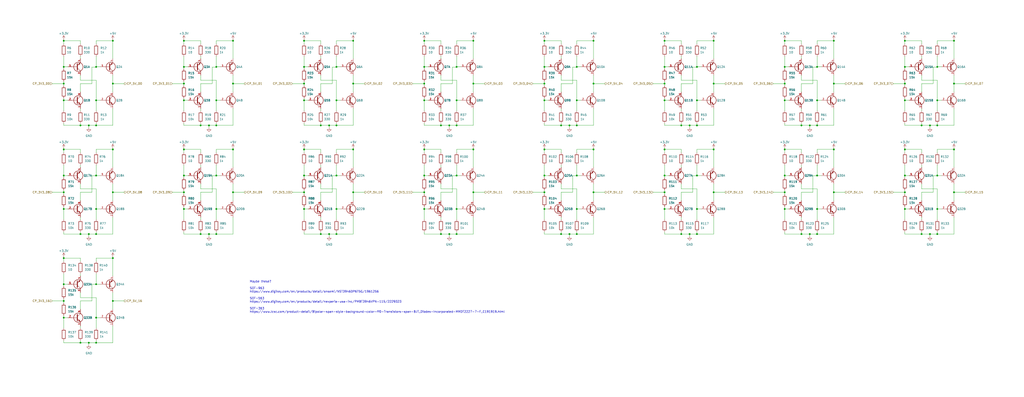
<source format=kicad_sch>
(kicad_sch (version 20230121) (generator eeschema)
  (paper "User" 622.3 241.3)
  (junction (at 141.605 50.8))
  (junction (at 204.47 127))
  (junction (at 111.76 50.8))
  (junction (at 403.86 106.68))
  (junction (at 492.125 142.24))
  (junction (at 38.735 90.805))
  (junction (at 569.595 142.24))
  (junction (at 569.595 127))
  (junction (at 111.76 116.84))
  (junction (at 58.42 142.24))
  (junction (at 277.495 76.2))
  (junction (at 111.76 40.64))
  (junction (at 350.52 76.2))
  (junction (at 403.86 40.64))
  (junction (at 111.76 60.96))
  (junction (at 476.885 106.68))
  (junction (at 200.025 76.2))
  (junction (at 433.705 116.84))
  (junction (at 127 142.24))
  (junction (at 194.945 76.2))
  (junction (at 204.47 60.96))
  (junction (at 496.57 76.2))
  (junction (at 277.495 127))
  (junction (at 419.1 142.24))
  (junction (at 565.15 76.2))
  (junction (at 204.47 106.68))
  (junction (at 204.47 76.2))
  (junction (at 549.91 40.64))
  (junction (at 569.595 60.96))
  (junction (at 350.52 60.96))
  (junction (at 340.995 142.24))
  (junction (at 68.58 90.805))
  (junction (at 506.73 24.765))
  (junction (at 330.835 106.68))
  (junction (at 560.07 76.2))
  (junction (at 287.655 24.765))
  (junction (at 287.655 50.8))
  (junction (at 257.81 116.84))
  (junction (at 38.735 116.84))
  (junction (at 53.975 208.28))
  (junction (at 419.1 76.2))
  (junction (at 184.785 127))
  (junction (at 277.495 106.68))
  (junction (at 48.895 142.24))
  (junction (at 423.545 127))
  (junction (at 131.445 76.2))
  (junction (at 184.785 40.64))
  (junction (at 579.755 24.765))
  (junction (at 476.885 127))
  (junction (at 496.57 60.96))
  (junction (at 141.605 24.765))
  (junction (at 121.92 142.24))
  (junction (at 560.07 142.24))
  (junction (at 360.68 90.805))
  (junction (at 277.495 60.96))
  (junction (at 414.02 76.2))
  (junction (at 131.445 60.96))
  (junction (at 214.63 116.84))
  (junction (at 346.075 76.2))
  (junction (at 277.495 142.24))
  (junction (at 496.57 40.64))
  (junction (at 68.58 50.8))
  (junction (at 257.81 106.68))
  (junction (at 257.81 50.8))
  (junction (at 48.895 208.28))
  (junction (at 267.97 76.2))
  (junction (at 257.81 90.805))
  (junction (at 476.885 60.96))
  (junction (at 569.595 106.68))
  (junction (at 506.73 90.805))
  (junction (at 423.545 106.68))
  (junction (at 476.885 40.64))
  (junction (at 58.42 193.04))
  (junction (at 330.835 40.64))
  (junction (at 53.975 76.2))
  (junction (at 492.125 76.2))
  (junction (at 141.605 90.805))
  (junction (at 569.595 40.64))
  (junction (at 121.92 76.2))
  (junction (at 287.655 90.805))
  (junction (at 200.025 142.24))
  (junction (at 549.91 60.96))
  (junction (at 346.075 142.24))
  (junction (at 58.42 60.96))
  (junction (at 111.76 106.68))
  (junction (at 569.595 76.2))
  (junction (at 38.735 156.845))
  (junction (at 38.735 50.8))
  (junction (at 257.81 60.96))
  (junction (at 403.86 24.765))
  (junction (at 414.02 142.24))
  (junction (at 273.05 76.2))
  (junction (at 214.63 24.765))
  (junction (at 423.545 76.2))
  (junction (at 204.47 142.24))
  (junction (at 579.755 90.805))
  (junction (at 506.73 116.84))
  (junction (at 127 76.2))
  (junction (at 403.86 60.96))
  (junction (at 68.58 156.845))
  (junction (at 403.86 116.84))
  (junction (at 496.57 127))
  (junction (at 330.835 116.84))
  (junction (at 423.545 40.64))
  (junction (at 360.68 24.765))
  (junction (at 257.81 40.64))
  (junction (at 58.42 208.28))
  (junction (at 403.86 90.805))
  (junction (at 360.68 50.8))
  (junction (at 131.445 142.24))
  (junction (at 38.735 40.64))
  (junction (at 131.445 40.64))
  (junction (at 360.68 116.84))
  (junction (at 111.76 24.765))
  (junction (at 476.885 50.8))
  (junction (at 68.58 182.88))
  (junction (at 184.785 24.765))
  (junction (at 433.705 24.765))
  (junction (at 476.885 90.805))
  (junction (at 131.445 127))
  (junction (at 330.835 50.8))
  (junction (at 58.42 106.68))
  (junction (at 350.52 127))
  (junction (at 68.58 24.765))
  (junction (at 38.735 193.04))
  (junction (at 273.05 142.24))
  (junction (at 423.545 60.96))
  (junction (at 487.045 142.24))
  (junction (at 204.47 40.64))
  (junction (at 549.91 127))
  (junction (at 549.91 24.765))
  (junction (at 350.52 106.68))
  (junction (at 549.91 50.8))
  (junction (at 287.655 116.84))
  (junction (at 38.735 127))
  (junction (at 579.755 116.84))
  (junction (at 350.52 40.64))
  (junction (at 58.42 76.2))
  (junction (at 184.785 106.68))
  (junction (at 340.995 76.2))
  (junction (at 111.76 90.805))
  (junction (at 184.785 116.84))
  (junction (at 579.755 50.8))
  (junction (at 433.705 50.8))
  (junction (at 330.835 127))
  (junction (at 403.86 50.8))
  (junction (at 257.81 127))
  (junction (at 184.785 50.8))
  (junction (at 68.58 116.84))
  (junction (at 330.835 60.96))
  (junction (at 496.57 142.24))
  (junction (at 277.495 40.64))
  (junction (at 350.52 142.24))
  (junction (at 423.545 142.24))
  (junction (at 257.81 24.765))
  (junction (at 433.705 90.805))
  (junction (at 38.735 182.88))
  (junction (at 58.42 40.64))
  (junction (at 194.945 142.24))
  (junction (at 48.895 76.2))
  (junction (at 38.735 172.72))
  (junction (at 58.42 127))
  (junction (at 111.76 127))
  (junction (at 38.735 60.96))
  (junction (at 565.15 142.24))
  (junction (at 214.63 90.805))
  (junction (at 58.42 172.72))
  (junction (at 549.91 116.84))
  (junction (at 184.785 90.805))
  (junction (at 330.835 24.765))
  (junction (at 53.975 142.24))
  (junction (at 476.885 116.84))
  (junction (at 184.785 60.96))
  (junction (at 506.73 50.8))
  (junction (at 38.735 106.68))
  (junction (at 330.835 90.805))
  (junction (at 549.91 90.805))
  (junction (at 141.605 116.84))
  (junction (at 214.63 50.8))
  (junction (at 496.57 106.68))
  (junction (at 487.045 76.2))
  (junction (at 549.91 106.68))
  (junction (at 131.445 106.68))
  (junction (at 38.735 24.765))
  (junction (at 476.885 24.765))
  (junction (at 267.97 142.24))
  (junction (at 403.86 127))
  (wire (pts (xy 340.995 76.2) (xy 340.995 74.93)))
  (wire (pts (xy 58.42 106.807) (xy 58.42 106.68)))
  (wire (pts (xy 350.52 142.24) (xy 360.68 142.24)))
  (wire (pts (xy 48.895 116.84) (xy 48.895 121.92)))
  (wire (pts (xy 542.925 50.8) (xy 549.91 50.8)))
  (wire (pts (xy 184.785 90.17) (xy 184.785 90.805)))
  (wire (pts (xy 549.91 90.805) (xy 549.91 92.71)))
  (wire (pts (xy 257.81 140.97) (xy 257.81 142.24)))
  (wire (pts (xy 350.52 76.2) (xy 346.075 76.2)))
  (wire (pts (xy 38.735 106.68) (xy 38.735 107.95)))
  (wire (pts (xy 403.86 76.2) (xy 414.02 76.2)))
  (wire (pts (xy 421.005 116.84) (xy 421.005 106.807)))
  (wire (pts (xy 38.735 115.57) (xy 38.735 116.84)))
  (wire (pts (xy 184.785 24.13) (xy 184.785 24.765)))
  (wire (pts (xy 111.76 60.96) (xy 114.3 60.96)))
  (wire (pts (xy 38.735 181.61) (xy 38.735 182.88)))
  (wire (pts (xy 184.785 106.68) (xy 184.785 107.95)))
  (wire (pts (xy 184.785 49.53) (xy 184.785 50.8)))
  (wire (pts (xy 257.81 115.57) (xy 257.81 116.84)))
  (wire (pts (xy 48.895 116.84) (xy 55.88 116.84)))
  (wire (pts (xy 131.445 106.68) (xy 133.985 106.68)))
  (wire (pts (xy 560.07 26.67) (xy 560.07 24.765)))
  (wire (pts (xy 423.545 106.807) (xy 423.545 106.68)))
  (wire (pts (xy 194.945 116.84) (xy 194.945 121.92)))
  (wire (pts (xy 128.905 50.8) (xy 128.905 40.767)))
  (wire (pts (xy 200.025 142.24) (xy 200.025 143.51)))
  (wire (pts (xy 560.07 34.29) (xy 560.07 35.56)))
  (wire (pts (xy 330.835 50.8) (xy 330.835 52.07)))
  (wire (pts (xy 403.86 115.57) (xy 403.86 116.84)))
  (wire (pts (xy 476.885 115.57) (xy 476.885 116.84)))
  (wire (pts (xy 419.1 76.2) (xy 414.02 76.2)))
  (wire (pts (xy 111.76 106.68) (xy 111.76 107.95)))
  (wire (pts (xy 423.545 74.93) (xy 423.545 76.2)))
  (wire (pts (xy 360.68 50.8) (xy 360.68 55.88)))
  (wire (pts (xy 257.81 40.64) (xy 257.81 41.91)))
  (wire (pts (xy 274.955 40.767) (xy 277.495 40.767)))
  (wire (pts (xy 340.995 34.29) (xy 340.995 35.56)))
  (wire (pts (xy 569.595 76.2) (xy 579.755 76.2)))
  (wire (pts (xy 579.755 111.76) (xy 579.755 116.84)))
  (wire (pts (xy 38.735 156.845) (xy 48.895 156.845)))
  (wire (pts (xy 184.785 40.64) (xy 184.785 41.91)))
  (wire (pts (xy 200.025 142.24) (xy 194.945 142.24)))
  (wire (pts (xy 58.42 24.765) (xy 68.58 24.765)))
  (wire (pts (xy 287.655 50.8) (xy 287.655 55.88)))
  (wire (pts (xy 567.055 116.84) (xy 567.055 106.807)))
  (wire (pts (xy 560.07 92.71) (xy 560.07 90.805)))
  (wire (pts (xy 53.975 142.24) (xy 53.975 143.51)))
  (wire (pts (xy 111.76 106.68) (xy 114.3 106.68)))
  (wire (pts (xy 476.885 50.8) (xy 476.885 52.07)))
  (wire (pts (xy 346.075 76.2) (xy 346.075 77.47)))
  (wire (pts (xy 58.42 76.2) (xy 53.975 76.2)))
  (wire (pts (xy 579.755 116.84) (xy 586.74 116.84)))
  (wire (pts (xy 414.02 66.04) (xy 414.02 67.31)))
  (wire (pts (xy 565.15 76.2) (xy 560.07 76.2)))
  (wire (pts (xy 184.785 127) (xy 184.785 133.35)))
  (wire (pts (xy 257.81 50.8) (xy 257.81 52.07)))
  (wire (pts (xy 277.495 106.68) (xy 280.035 106.68)))
  (wire (pts (xy 579.755 24.13) (xy 579.755 24.765)))
  (wire (pts (xy 419.1 76.2) (xy 419.1 77.47)))
  (wire (pts (xy 330.835 106.68) (xy 333.375 106.68)))
  (wire (pts (xy 58.42 127) (xy 58.42 133.35)))
  (wire (pts (xy 48.895 182.88) (xy 55.88 182.88)))
  (wire (pts (xy 48.895 50.8) (xy 55.88 50.8)))
  (wire (pts (xy 111.76 49.53) (xy 111.76 50.8)))
  (wire (pts (xy 403.86 90.805) (xy 414.02 90.805)))
  (wire (pts (xy 560.07 76.2) (xy 560.07 74.93)))
  (wire (pts (xy 549.91 60.96) (xy 549.91 67.31)))
  (wire (pts (xy 360.68 66.04) (xy 360.68 76.2)))
  (wire (pts (xy 423.545 90.805) (xy 433.705 90.805)))
  (wire (pts (xy 194.945 111.76) (xy 194.945 114.808)))
  (wire (pts (xy 487.045 116.84) (xy 494.03 116.84)))
  (wire (pts (xy 55.88 50.8) (xy 55.88 40.767)))
  (wire (pts (xy 68.58 66.04) (xy 68.58 76.2)))
  (wire (pts (xy 214.63 111.76) (xy 214.63 116.84)))
  (wire (pts (xy 330.835 74.93) (xy 330.835 76.2)))
  (wire (pts (xy 414.02 76.2) (xy 414.02 74.93)))
  (wire (pts (xy 277.495 90.805) (xy 287.655 90.805)))
  (wire (pts (xy 267.97 48.768) (xy 277.495 48.768)))
  (wire (pts (xy 549.91 24.765) (xy 560.07 24.765)))
  (wire (pts (xy 560.07 50.8) (xy 567.055 50.8)))
  (wire (pts (xy 38.735 90.17) (xy 38.735 90.805)))
  (wire (pts (xy 48.895 177.8) (xy 48.895 180.848)))
  (wire (pts (xy 131.445 127) (xy 131.445 133.35)))
  (wire (pts (xy 38.735 60.96) (xy 38.735 67.31)))
  (wire (pts (xy 330.835 60.96) (xy 333.375 60.96)))
  (wire (pts (xy 58.42 166.37) (xy 58.42 172.72)))
  (wire (pts (xy 350.52 92.71) (xy 350.52 90.805)))
  (wire (pts (xy 476.885 24.765) (xy 476.885 26.67)))
  (wire (pts (xy 579.755 116.84) (xy 579.755 121.92)))
  (wire (pts (xy 549.91 34.29) (xy 549.91 40.64)))
  (wire (pts (xy 131.445 114.808) (xy 131.445 127)))
  (wire (pts (xy 346.075 142.24) (xy 340.995 142.24)))
  (wire (pts (xy 38.735 156.845) (xy 38.735 158.75)))
  (wire (pts (xy 360.68 90.17) (xy 360.68 90.805)))
  (wire (pts (xy 549.91 100.33) (xy 549.91 106.68)))
  (wire (pts (xy 184.785 59.69) (xy 184.785 60.96)))
  (wire (pts (xy 104.775 116.84) (xy 111.76 116.84)))
  (wire (pts (xy 184.785 100.33) (xy 184.785 106.68)))
  (wire (pts (xy 58.42 76.2) (xy 68.58 76.2)))
  (wire (pts (xy 277.495 106.807) (xy 277.495 106.68)))
  (wire (pts (xy 506.73 66.04) (xy 506.73 76.2)))
  (wire (pts (xy 204.47 24.765) (xy 214.63 24.765)))
  (wire (pts (xy 257.81 127) (xy 260.35 127)))
  (wire (pts (xy 340.995 66.04) (xy 340.995 67.31)))
  (wire (pts (xy 194.945 142.24) (xy 194.945 140.97)))
  (wire (pts (xy 403.86 106.68) (xy 403.86 107.95)))
  (wire (pts (xy 184.785 60.96) (xy 184.785 67.31)))
  (wire (pts (xy 549.91 74.93) (xy 549.91 76.2)))
  (wire (pts (xy 549.91 24.13) (xy 549.91 24.765)))
  (wire (pts (xy 257.81 49.53) (xy 257.81 50.8)))
  (wire (pts (xy 267.97 76.2) (xy 267.97 74.93)))
  (wire (pts (xy 496.57 74.93) (xy 496.57 76.2)))
  (wire (pts (xy 569.595 127) (xy 569.595 133.35)))
  (wire (pts (xy 287.655 24.765) (xy 287.655 35.56)))
  (wire (pts (xy 330.835 49.53) (xy 330.835 50.8)))
  (wire (pts (xy 565.15 76.2) (xy 565.15 77.47)))
  (wire (pts (xy 184.785 142.24) (xy 194.945 142.24)))
  (wire (pts (xy 38.735 74.93) (xy 38.735 76.2)))
  (wire (pts (xy 127 76.2) (xy 127 77.47)))
  (wire (pts (xy 323.85 116.84) (xy 330.835 116.84)))
  (wire (pts (xy 121.92 34.29) (xy 121.92 35.56)))
  (wire (pts (xy 58.42 142.24) (xy 53.975 142.24)))
  (wire (pts (xy 549.91 125.73) (xy 549.91 127)))
  (wire (pts (xy 141.605 90.805) (xy 141.605 101.6)))
  (wire (pts (xy 492.125 142.24) (xy 492.125 143.51)))
  (wire (pts (xy 350.52 48.768) (xy 350.52 60.96)))
  (wire (pts (xy 350.52 106.68) (xy 353.06 106.68)))
  (wire (pts (xy 111.76 125.73) (xy 111.76 127)))
  (wire (pts (xy 506.73 90.805) (xy 506.73 101.6)))
  (wire (pts (xy 111.76 34.29) (xy 111.76 40.64)))
  (wire (pts (xy 476.885 142.24) (xy 487.045 142.24)))
  (wire (pts (xy 131.445 140.97) (xy 131.445 142.24)))
  (wire (pts (xy 287.655 90.805) (xy 287.655 101.6)))
  (wire (pts (xy 496.57 106.807) (xy 496.57 106.68)))
  (wire (pts (xy 487.045 100.33) (xy 487.045 101.6)))
  (wire (pts (xy 131.445 90.805) (xy 141.605 90.805)))
  (wire (pts (xy 569.595 92.71) (xy 569.595 90.805)))
  (wire (pts (xy 346.075 76.2) (xy 340.995 76.2)))
  (wire (pts (xy 257.81 34.29) (xy 257.81 40.64)))
  (wire (pts (xy 204.47 40.64) (xy 207.01 40.64)))
  (wire (pts (xy 257.81 100.33) (xy 257.81 106.68)))
  (wire (pts (xy 48.895 182.88) (xy 48.895 187.96)))
  (wire (pts (xy 204.47 92.71) (xy 204.47 90.805)))
  (wire (pts (xy 121.92 92.71) (xy 121.92 90.805)))
  (wire (pts (xy 496.57 34.29) (xy 496.57 40.64)))
  (wire (pts (xy 214.63 90.17) (xy 214.63 90.805)))
  (wire (pts (xy 131.445 48.768) (xy 131.445 60.96)))
  (wire (pts (xy 204.47 26.67) (xy 204.47 24.765)))
  (wire (pts (xy 38.735 116.84) (xy 38.735 118.11)))
  (wire (pts (xy 184.785 74.93) (xy 184.785 76.2)))
  (wire (pts (xy 569.595 127) (xy 572.135 127)))
  (wire (pts (xy 131.445 92.71) (xy 131.445 90.805)))
  (wire (pts (xy 433.705 24.765) (xy 433.705 35.56)))
  (wire (pts (xy 433.705 90.17) (xy 433.705 90.805)))
  (wire (pts (xy 476.885 90.805) (xy 487.045 90.805)))
  (wire (pts (xy 127 142.24) (xy 127 143.51)))
  (wire (pts (xy 567.055 40.767) (xy 569.595 40.767)))
  (wire (pts (xy 257.81 125.73) (xy 257.81 127)))
  (wire (pts (xy 549.91 140.97) (xy 549.91 142.24)))
  (wire (pts (xy 487.045 142.24) (xy 487.045 140.97)))
  (wire (pts (xy 421.005 106.807) (xy 423.545 106.807)))
  (wire (pts (xy 55.88 182.88) (xy 55.88 172.847)))
  (wire (pts (xy 560.07 50.8) (xy 560.07 55.88)))
  (wire (pts (xy 58.42 127) (xy 60.96 127)))
  (wire (pts (xy 340.995 92.71) (xy 340.995 90.805)))
  (wire (pts (xy 58.42 114.808) (xy 58.42 127)))
  (wire (pts (xy 204.47 40.767) (xy 204.47 40.64)))
  (wire (pts (xy 273.05 76.2) (xy 273.05 77.47)))
  (wire (pts (xy 549.91 49.53) (xy 549.91 50.8)))
  (wire (pts (xy 131.445 74.93) (xy 131.445 76.2)))
  (wire (pts (xy 111.76 90.805) (xy 121.92 90.805)))
  (wire (pts (xy 184.785 34.29) (xy 184.785 40.64)))
  (wire (pts (xy 569.595 40.64) (xy 572.135 40.64)))
  (wire (pts (xy 323.85 50.8) (xy 330.835 50.8)))
  (wire (pts (xy 542.925 116.84) (xy 549.91 116.84)))
  (wire (pts (xy 68.58 182.88) (xy 75.565 182.88)))
  (wire (pts (xy 560.07 116.84) (xy 567.055 116.84)))
  (wire (pts (xy 257.81 24.765) (xy 267.97 24.765)))
  (wire (pts (xy 194.945 50.8) (xy 201.93 50.8)))
  (wire (pts (xy 403.86 142.24) (xy 414.02 142.24)))
  (wire (pts (xy 340.995 142.24) (xy 340.995 140.97)))
  (wire (pts (xy 58.42 172.847) (xy 58.42 172.72)))
  (wire (pts (xy 111.76 127) (xy 111.76 133.35)))
  (wire (pts (xy 48.895 114.808) (xy 58.42 114.808)))
  (wire (pts (xy 560.07 142.24) (xy 560.07 140.97)))
  (wire (pts (xy 569.595 60.96) (xy 569.595 67.31)))
  (wire (pts (xy 506.73 50.8) (xy 506.73 55.88)))
  (wire (pts (xy 579.755 66.04) (xy 579.755 76.2)))
  (wire (pts (xy 194.945 116.84) (xy 201.93 116.84)))
  (wire (pts (xy 257.81 90.17) (xy 257.81 90.805)))
  (wire (pts (xy 414.02 100.33) (xy 414.02 101.6)))
  (wire (pts (xy 423.545 40.64) (xy 426.085 40.64)))
  (wire (pts (xy 257.81 142.24) (xy 267.97 142.24)))
  (wire (pts (xy 184.785 116.84) (xy 184.785 118.11)))
  (wire (pts (xy 267.97 34.29) (xy 267.97 35.56)))
  (wire (pts (xy 184.785 50.8) (xy 184.785 52.07)))
  (wire (pts (xy 121.92 45.72) (xy 121.92 48.768)))
  (wire (pts (xy 204.47 60.96) (xy 204.47 67.31)))
  (wire (pts (xy 350.52 106.807) (xy 350.52 106.68)))
  (wire (pts (xy 487.045 50.8) (xy 494.03 50.8)))
  (wire (pts (xy 433.705 111.76) (xy 433.705 116.84)))
  (wire (pts (xy 579.755 90.17) (xy 579.755 90.805)))
  (wire (pts (xy 141.605 116.84) (xy 148.59 116.84)))
  (wire (pts (xy 549.91 106.68) (xy 549.91 107.95)))
  (wire (pts (xy 250.825 50.8) (xy 257.81 50.8)))
  (wire (pts (xy 403.86 60.96) (xy 406.4 60.96)))
  (wire (pts (xy 38.735 34.29) (xy 38.735 40.64)))
  (wire (pts (xy 347.98 40.767) (xy 350.52 40.767)))
  (wire (pts (xy 277.495 142.24) (xy 273.05 142.24)))
  (wire (pts (xy 111.76 50.8) (xy 111.76 52.07)))
  (wire (pts (xy 560.07 111.76) (xy 560.07 114.808)))
  (wire (pts (xy 214.63 66.04) (xy 214.63 76.2)))
  (wire (pts (xy 38.735 100.33) (xy 38.735 106.68)))
  (wire (pts (xy 403.86 40.64) (xy 406.4 40.64)))
  (wire (pts (xy 38.735 166.37) (xy 38.735 172.72)))
  (wire (pts (xy 184.785 125.73) (xy 184.785 127)))
  (wire (pts (xy 340.995 116.84) (xy 340.995 121.92)))
  (wire (pts (xy 492.125 76.2) (xy 487.045 76.2)))
  (wire (pts (xy 506.73 116.84) (xy 513.715 116.84)))
  (wire (pts (xy 257.81 106.68) (xy 260.35 106.68)))
  (wire (pts (xy 350.52 127) (xy 350.52 133.35)))
  (wire (pts (xy 38.735 40.64) (xy 38.735 41.91)))
  (wire (pts (xy 476.885 116.84) (xy 476.885 118.11)))
  (wire (pts (xy 330.835 127) (xy 330.835 133.35)))
  (wire (pts (xy 201.93 40.767) (xy 204.47 40.767)))
  (wire (pts (xy 340.995 100.33) (xy 340.995 101.6)))
  (wire (pts (xy 58.42 90.805) (xy 68.58 90.805)))
  (wire (pts (xy 433.705 116.84) (xy 433.705 121.92)))
  (wire (pts (xy 141.605 50.8) (xy 148.59 50.8)))
  (wire (pts (xy 350.52 114.808) (xy 350.52 127)))
  (wire (pts (xy 38.735 193.04) (xy 38.735 199.39)))
  (wire (pts (xy 350.52 127) (xy 353.06 127)))
  (wire (pts (xy 330.835 24.765) (xy 340.995 24.765)))
  (wire (pts (xy 423.545 127) (xy 426.085 127)))
  (wire (pts (xy 184.785 24.765) (xy 184.785 26.67)))
  (wire (pts (xy 506.73 24.765) (xy 506.73 35.56)))
  (wire (pts (xy 38.735 172.72) (xy 38.735 173.99)))
  (wire (pts (xy 38.735 207.01) (xy 38.735 208.28)))
  (wire (pts (xy 177.8 50.8) (xy 184.785 50.8)))
  (wire (pts (xy 403.86 140.97) (xy 403.86 142.24)))
  (wire (pts (xy 38.735 90.805) (xy 38.735 92.71)))
  (wire (pts (xy 121.92 111.76) (xy 121.92 114.808)))
  (wire (pts (xy 131.445 60.96) (xy 131.445 67.31)))
  (wire (pts (xy 204.47 48.768) (xy 204.47 60.96)))
  (wire (pts (xy 204.47 140.97) (xy 204.47 142.24)))
  (wire (pts (xy 68.58 24.765) (xy 68.58 35.56)))
  (wire (pts (xy 68.58 50.8) (xy 75.565 50.8)))
  (wire (pts (xy 496.57 76.2) (xy 492.125 76.2)))
  (wire (pts (xy 340.995 132.08) (xy 340.995 133.35)))
  (wire (pts (xy 579.755 132.08) (xy 579.755 142.24)))
  (wire (pts (xy 567.055 50.8) (xy 567.055 40.767)))
  (wire (pts (xy 423.545 60.96) (xy 423.545 67.31)))
  (wire (pts (xy 506.73 90.17) (xy 506.73 90.805)))
  (wire (pts (xy 433.705 66.04) (xy 433.705 76.2)))
  (wire (pts (xy 267.97 116.84) (xy 274.955 116.84)))
  (wire (pts (xy 433.705 45.72) (xy 433.705 50.8)))
  (wire (pts (xy 476.885 106.68) (xy 479.425 106.68)))
  (wire (pts (xy 360.68 116.84) (xy 360.68 121.92)))
  (wire (pts (xy 194.945 100.33) (xy 194.945 101.6)))
  (wire (pts (xy 496.57 26.67) (xy 496.57 24.765)))
  (wire (pts (xy 476.885 106.68) (xy 476.885 107.95)))
  (wire (pts (xy 55.88 116.84) (xy 55.88 106.807)))
  (wire (pts (xy 403.86 127) (xy 406.4 127)))
  (wire (pts (xy 350.52 60.96) (xy 353.06 60.96)))
  (wire (pts (xy 277.495 127) (xy 277.495 133.35)))
  (wire (pts (xy 58.42 106.68) (xy 60.96 106.68)))
  (wire (pts (xy 350.52 60.96) (xy 350.52 67.31)))
  (wire (pts (xy 403.86 49.53) (xy 403.86 50.8)))
  (wire (pts (xy 48.895 166.37) (xy 48.895 167.64)))
  (wire (pts (xy 496.57 142.24) (xy 506.73 142.24)))
  (wire (pts (xy 549.91 90.17) (xy 549.91 90.805)))
  (wire (pts (xy 469.9 50.8) (xy 476.885 50.8)))
  (wire (pts (xy 403.86 127) (xy 403.86 133.35)))
  (wire (pts (xy 53.975 142.24) (xy 48.895 142.24)))
  (wire (pts (xy 111.76 40.64) (xy 114.3 40.64)))
  (wire (pts (xy 48.895 66.04) (xy 48.895 67.31)))
  (wire (pts (xy 433.705 50.8) (xy 433.705 55.88)))
  (wire (pts (xy 194.945 76.2) (xy 194.945 74.93)))
  (wire (pts (xy 494.03 40.767) (xy 496.57 40.767)))
  (wire (pts (xy 277.495 60.96) (xy 277.495 67.31)))
  (wire (pts (xy 131.445 24.765) (xy 141.605 24.765)))
  (wire (pts (xy 423.545 142.24) (xy 433.705 142.24)))
  (wire (pts (xy 496.57 106.68) (xy 499.11 106.68)))
  (wire (pts (xy 257.81 76.2) (xy 267.97 76.2)))
  (wire (pts (xy 58.42 40.767) (xy 58.42 40.64)))
  (wire (pts (xy 487.045 34.29) (xy 487.045 35.56)))
  (wire (pts (xy 347.98 50.8) (xy 347.98 40.767)))
  (wire (pts (xy 487.045 116.84) (xy 487.045 121.92)))
  (wire (pts (xy 565.15 142.24) (xy 565.15 143.51)))
  (wire (pts (xy 423.545 40.767) (xy 423.545 40.64)))
  (wire (pts (xy 403.86 50.8) (xy 403.86 52.07)))
  (wire (pts (xy 330.835 106.68) (xy 330.835 107.95)))
  (wire (pts (xy 423.545 100.33) (xy 423.545 106.68)))
  (wire (pts (xy 423.545 48.768) (xy 423.545 60.96)))
  (wire (pts (xy 48.895 48.768) (xy 58.42 48.768)))
  (wire (pts (xy 257.81 106.68) (xy 257.81 107.95)))
  (wire (pts (xy 184.785 60.96) (xy 187.325 60.96)))
  (wire (pts (xy 131.445 106.807) (xy 131.445 106.68)))
  (wire (pts (xy 469.9 116.84) (xy 476.885 116.84)))
  (wire (pts (xy 131.445 142.24) (xy 141.605 142.24)))
  (wire (pts (xy 496.57 60.96) (xy 499.11 60.96)))
  (wire (pts (xy 38.735 193.04) (xy 41.275 193.04)))
  (wire (pts (xy 68.58 132.08) (xy 68.58 142.24)))
  (wire (pts (xy 257.81 59.69) (xy 257.81 60.96)))
  (wire (pts (xy 184.785 90.805) (xy 184.785 92.71)))
  (wire (pts (xy 330.835 140.97) (xy 330.835 142.24)))
  (wire (pts (xy 476.885 100.33) (xy 476.885 106.68)))
  (wire (pts (xy 423.545 60.96) (xy 426.085 60.96)))
  (wire (pts (xy 38.735 127) (xy 38.735 133.35)))
  (wire (pts (xy 476.885 76.2) (xy 487.045 76.2)))
  (wire (pts (xy 287.655 45.72) (xy 287.655 50.8)))
  (wire (pts (xy 403.86 90.805) (xy 403.86 92.71)))
  (wire (pts (xy 111.76 74.93) (xy 111.76 76.2)))
  (wire (pts (xy 194.945 26.67) (xy 194.945 24.765)))
  (wire (pts (xy 55.88 106.807) (xy 58.42 106.807)))
  (wire (pts (xy 53.975 76.2) (xy 48.895 76.2)))
  (wire (pts (xy 121.92 100.33) (xy 121.92 101.6)))
  (wire (pts (xy 487.045 50.8) (xy 487.045 55.88)))
  (wire (pts (xy 567.055 106.807) (xy 569.595 106.807)))
  (wire (pts (xy 549.91 24.765) (xy 549.91 26.67)))
  (wire (pts (xy 204.47 142.24) (xy 214.63 142.24)))
  (wire (pts (xy 496.57 40.767) (xy 496.57 40.64)))
  (wire (pts (xy 38.735 24.765) (xy 38.735 26.67)))
  (wire (pts (xy 403.86 59.69) (xy 403.86 60.96)))
  (wire (pts (xy 476.885 24.13) (xy 476.885 24.765)))
  (wire (pts (xy 496.57 114.808) (xy 496.57 127)))
  (wire (pts (xy 68.58 116.84) (xy 68.58 121.92)))
  (wire (pts (xy 350.52 90.805) (xy 360.68 90.805)))
  (wire (pts (xy 257.81 24.13) (xy 257.81 24.765)))
  (wire (pts (xy 273.05 142.24) (xy 273.05 143.51)))
  (wire (pts (xy 58.42 34.29) (xy 58.42 40.64)))
  (wire (pts (xy 476.885 49.53) (xy 476.885 50.8)))
  (wire (pts (xy 131.445 34.29) (xy 131.445 40.64)))
  (wire (pts (xy 274.955 116.84) (xy 274.955 106.807)))
  (wire (pts (xy 131.445 76.2) (xy 141.605 76.2)))
  (wire (pts (xy 569.595 90.805) (xy 579.755 90.805)))
  (wire (pts (xy 204.47 100.33) (xy 204.47 106.68)))
  (wire (pts (xy 128.905 40.767) (xy 131.445 40.767)))
  (wire (pts (xy 414.02 142.24) (xy 414.02 140.97)))
  (wire (pts (xy 111.76 24.765) (xy 121.92 24.765)))
  (wire (pts (xy 68.58 198.12) (xy 68.58 208.28)))
  (wire (pts (xy 194.945 114.808) (xy 204.47 114.808)))
  (wire (pts (xy 476.885 60.96) (xy 479.425 60.96)))
  (wire (pts (xy 38.735 208.28) (xy 48.895 208.28)))
  (wire (pts (xy 347.98 106.807) (xy 350.52 106.807)))
  (wire (pts (xy 184.785 106.68) (xy 187.325 106.68)))
  (wire (pts (xy 214.63 24.765) (xy 214.63 35.56)))
  (wire (pts (xy 287.655 66.04) (xy 287.655 76.2)))
  (wire (pts (xy 257.81 74.93) (xy 257.81 76.2)))
  (wire (pts (xy 38.735 24.13) (xy 38.735 24.765)))
  (wire (pts (xy 214.63 116.84) (xy 221.615 116.84)))
  (wire (pts (xy 48.895 76.2) (xy 48.895 74.93)))
  (wire (pts (xy 257.81 90.805) (xy 257.81 92.71)))
  (wire (pts (xy 403.86 106.68) (xy 406.4 106.68)))
  (wire (pts (xy 141.605 24.13) (xy 141.605 24.765)))
  (wire (pts (xy 423.545 26.67) (xy 423.545 24.765)))
  (wire (pts (xy 267.97 100.33) (xy 267.97 101.6)))
  (wire (pts (xy 257.81 40.64) (xy 260.35 40.64)))
  (wire (pts (xy 204.47 74.93) (xy 204.47 76.2)))
  (wire (pts (xy 569.595 74.93) (xy 569.595 76.2)))
  (wire (pts (xy 121.92 142.24) (xy 121.92 140.97)))
  (wire (pts (xy 38.735 142.24) (xy 48.895 142.24)))
  (wire (pts (xy 48.895 198.12) (xy 48.895 199.39)))
  (wire (pts (xy 68.58 90.17) (xy 68.58 90.805)))
  (wire (pts (xy 214.63 45.72) (xy 214.63 50.8)))
  (wire (pts (xy 569.595 106.807) (xy 569.595 106.68)))
  (wire (pts (xy 419.1 142.24) (xy 419.1 143.51)))
  (wire (pts (xy 346.075 142.24) (xy 346.075 143.51)))
  (wire (pts (xy 414.02 26.67) (xy 414.02 24.765)))
  (wire (pts (xy 131.445 100.33) (xy 131.445 106.68)))
  (wire (pts (xy 496.57 40.64) (xy 499.11 40.64)))
  (wire (pts (xy 287.655 116.84) (xy 287.655 121.92)))
  (wire (pts (xy 204.47 76.2) (xy 214.63 76.2)))
  (wire (pts (xy 579.755 50.8) (xy 579.755 55.88)))
  (wire (pts (xy 277.495 142.24) (xy 287.655 142.24)))
  (wire (pts (xy 496.57 48.768) (xy 496.57 60.96)))
  (wire (pts (xy 414.02 48.768) (xy 423.545 48.768)))
  (wire (pts (xy 360.68 24.765) (xy 360.68 35.56)))
  (wire (pts (xy 476.885 59.69) (xy 476.885 60.96)))
  (wire (pts (xy 569.595 76.2) (xy 565.15 76.2)))
  (wire (pts (xy 476.885 127) (xy 476.885 133.35)))
  (wire (pts (xy 360.68 116.84) (xy 367.665 116.84)))
  (wire (pts (xy 121.92 116.84) (xy 121.92 121.92)))
  (wire (pts (xy 38.735 106.68) (xy 41.275 106.68)))
  (wire (pts (xy 487.045 26.67) (xy 487.045 24.765)))
  (wire (pts (xy 560.07 66.04) (xy 560.07 67.31)))
  (wire (pts (xy 184.785 40.64) (xy 187.325 40.64)))
  (wire (pts (xy 330.835 100.33) (xy 330.835 106.68)))
  (wire (pts (xy 277.495 76.2) (xy 273.05 76.2)))
  (wire (pts (xy 121.92 50.8) (xy 128.905 50.8)))
  (wire (pts (xy 403.86 60.96) (xy 403.86 67.31)))
  (wire (pts (xy 58.42 60.96) (xy 58.42 67.31)))
  (wire (pts (xy 330.835 142.24) (xy 340.995 142.24)))
  (wire (pts (xy 494.03 50.8) (xy 494.03 40.767)))
  (wire (pts (xy 204.47 34.29) (xy 204.47 40.64)))
  (wire (pts (xy 569.595 48.768) (xy 569.595 60.96)))
  (wire (pts (xy 414.02 114.808) (xy 423.545 114.808)))
  (wire (pts (xy 48.895 50.8) (xy 48.895 55.88)))
  (wire (pts (xy 68.58 45.72) (xy 68.58 50.8)))
  (wire (pts (xy 204.47 90.805) (xy 214.63 90.805)))
  (wire (pts (xy 350.52 140.97) (xy 350.52 142.24)))
  (wire (pts (xy 277.495 76.2) (xy 287.655 76.2)))
  (wire (pts (xy 277.495 34.29) (xy 277.495 40.64)))
  (wire (pts (xy 121.92 116.84) (xy 128.905 116.84)))
  (wire (pts (xy 330.835 115.57) (xy 330.835 116.84)))
  (wire (pts (xy 201.93 116.84) (xy 201.93 106.807)))
  (wire (pts (xy 48.895 158.75) (xy 48.895 156.845)))
  (wire (pts (xy 111.76 59.69) (xy 111.76 60.96)))
  (wire (pts (xy 549.91 127) (xy 552.45 127)))
  (wire (pts (xy 38.735 127) (xy 41.275 127)))
  (wire (pts (xy 287.655 111.76) (xy 287.655 116.84)))
  (wire (pts (xy 131.445 60.96) (xy 133.985 60.96)))
  (wire (pts (xy 579.755 90.805) (xy 579.755 101.6)))
  (wire (pts (xy 31.75 182.88) (xy 38.735 182.88)))
  (wire (pts (xy 496.57 142.24) (xy 492.125 142.24)))
  (wire (pts (xy 58.42 193.04) (xy 58.42 199.39)))
  (wire (pts (xy 38.735 172.72) (xy 41.275 172.72)))
  (wire (pts (xy 111.76 116.84) (xy 111.76 118.11)))
  (wire (pts (xy 340.995 26.67) (xy 340.995 24.765)))
  (wire (pts (xy 496.57 127) (xy 496.57 133.35)))
  (wire (pts (xy 267.97 50.8) (xy 274.955 50.8)))
  (wire (pts (xy 214.63 50.8) (xy 214.63 55.88)))
  (wire (pts (xy 506.73 116.84) (xy 506.73 121.92)))
  (wire (pts (xy 277.495 40.767) (xy 277.495 40.64)))
  (wire (pts (xy 201.93 50.8) (xy 201.93 40.767)))
  (wire (pts (xy 476.885 140.97) (xy 476.885 142.24)))
  (wire (pts (xy 433.705 24.13) (xy 433.705 24.765)))
  (wire (pts (xy 549.91 76.2) (xy 560.07 76.2)))
  (wire (pts (xy 414.02 50.8) (xy 421.005 50.8)))
  (wire (pts (xy 340.995 116.84) (xy 347.98 116.84)))
  (wire (pts (xy 287.655 50.8) (xy 294.64 50.8)))
  (wire (pts (xy 111.76 90.805) (xy 111.76 92.71)))
  (wire (pts (xy 330.835 59.69) (xy 330.835 60.96)))
  (wire (pts (xy 58.42 26.67) (xy 58.42 24.765)))
  (wire (pts (xy 141.605 24.765) (xy 141.605 35.56)))
  (wire (pts (xy 423.545 24.765) (xy 433.705 24.765)))
  (wire (pts (xy 340.995 50.8) (xy 340.995 55.88)))
  (wire (pts (xy 560.07 116.84) (xy 560.07 121.92)))
  (wire (pts (xy 277.495 24.765) (xy 287.655 24.765)))
  (wire (pts (xy 476.885 127) (xy 479.425 127)))
  (wire (pts (xy 58.42 208.28) (xy 53.975 208.28)))
  (wire (pts (xy 487.045 92.71) (xy 487.045 90.805)))
  (wire (pts (xy 267.97 50.8) (xy 267.97 55.88)))
  (wire (pts (xy 496.57 60.96) (xy 496.57 67.31)))
  (wire (pts (xy 421.005 50.8) (xy 421.005 40.767)))
  (wire (pts (xy 201.93 106.807) (xy 204.47 106.807)))
  (wire (pts (xy 330.835 34.29) (xy 330.835 40.64)))
  (wire (pts (xy 579.755 24.765) (xy 579.755 35.56)))
  (wire (pts (xy 121.92 66.04) (xy 121.92 67.31)))
  (wire (pts (xy 58.42 48.768) (xy 58.42 60.96)))
  (wire (pts (xy 131.445 142.24) (xy 127 142.24)))
  (wire (pts (xy 267.97 114.808) (xy 277.495 114.808)))
  (wire (pts (xy 68.58 50.8) (xy 68.58 55.88)))
  (wire (pts (xy 131.445 76.2) (xy 127 76.2)))
  (wire (pts (xy 476.885 24.765) (xy 487.045 24.765)))
  (wire (pts (xy 506.73 45.72) (xy 506.73 50.8)))
  (wire (pts (xy 496.57 76.2) (xy 506.73 76.2)))
  (wire (pts (xy 58.42 208.28) (xy 68.58 208.28)))
  (wire (pts (xy 487.045 111.76) (xy 487.045 114.808)))
  (wire (pts (xy 549.91 106.68) (xy 552.45 106.68)))
  (wire (pts (xy 414.02 111.76) (xy 414.02 114.808)))
  (wire (pts (xy 423.545 142.24) (xy 419.1 142.24)))
  (wire (pts (xy 194.945 132.08) (xy 194.945 133.35)))
  (wire (pts (xy 68.58 116.84) (xy 75.565 116.84)))
  (wire (pts (xy 131.445 127) (xy 133.985 127)))
  (wire (pts (xy 131.445 40.64) (xy 133.985 40.64)))
  (wire (pts (xy 111.76 60.96) (xy 111.76 67.31)))
  (wire (pts (xy 194.945 48.768) (xy 204.47 48.768)))
  (wire (pts (xy 204.47 76.2) (xy 200.025 76.2)))
  (wire (pts (xy 476.885 90.805) (xy 476.885 92.71)))
  (wire (pts (xy 184.785 140.97) (xy 184.785 142.24)))
  (wire (pts (xy 360.68 50.8) (xy 367.665 50.8)))
  (wire (pts (xy 569.595 142.24) (xy 565.15 142.24)))
  (wire (pts (xy 360.68 90.805) (xy 360.68 101.6)))
  (wire (pts (xy 53.975 208.28) (xy 48.895 208.28)))
  (wire (pts (xy 476.885 60.96) (xy 476.885 67.31)))
  (wire (pts (xy 277.495 100.33) (xy 277.495 106.68)))
  (wire (pts (xy 549.91 60.96) (xy 552.45 60.96)))
  (wire (pts (xy 350.52 40.767) (xy 350.52 40.64)))
  (wire (pts (xy 38.735 60.96) (xy 41.275 60.96)))
  (wire (pts (xy 111.76 115.57) (xy 111.76 116.84)))
  (wire (pts (xy 492.125 142.24) (xy 487.045 142.24)))
  (wire (pts (xy 360.68 111.76) (xy 360.68 116.84)))
  (wire (pts (xy 496.57 92.71) (xy 496.57 90.805)))
  (wire (pts (xy 200.025 76.2) (xy 194.945 76.2)))
  (wire (pts (xy 48.895 26.67) (xy 48.895 24.765)))
  (wire (pts (xy 38.735 50.8) (xy 38.735 52.07)))
  (wire (pts (xy 549.91 142.24) (xy 560.07 142.24)))
  (wire (pts (xy 68.58 24.13) (xy 68.58 24.765)))
  (wire (pts (xy 560.07 45.72) (xy 560.07 48.768)))
  (wire (pts (xy 569.595 40.767) (xy 569.595 40.64)))
  (wire (pts (xy 184.785 24.765) (xy 194.945 24.765)))
  (wire (pts (xy 31.75 50.8) (xy 38.735 50.8)))
  (wire (pts (xy 111.76 24.13) (xy 111.76 24.765)))
  (wire (pts (xy 569.595 34.29) (xy 569.595 40.64)))
  (wire (pts (xy 257.81 127) (xy 257.81 133.35)))
  (wire (pts (xy 121.92 48.768) (xy 131.445 48.768)))
  (wire (pts (xy 194.945 45.72) (xy 194.945 48.768)))
  (wire (pts (xy 214.63 90.805) (xy 214.63 101.6)))
  (wire (pts (xy 340.995 48.768) (xy 350.52 48.768)))
  (wire (pts (xy 287.655 24.13) (xy 287.655 24.765)))
  (wire (pts (xy 560.07 132.08) (xy 560.07 133.35)))
  (wire (pts (xy 48.895 142.24) (xy 48.895 140.97)))
  (wire (pts (xy 506.73 132.08) (xy 506.73 142.24)))
  (wire (pts (xy 257.81 60.96) (xy 257.81 67.31)))
  (wire (pts (xy 204.47 114.808) (xy 204.47 127)))
  (wire (pts (xy 48.895 180.848) (xy 58.42 180.848)))
  (wire (pts (xy 121.92 26.67) (xy 121.92 24.765)))
  (wire (pts (xy 360.68 132.08) (xy 360.68 142.24)))
  (wire (pts (xy 274.955 50.8) (xy 274.955 40.767)))
  (wire (pts (xy 549.91 90.805) (xy 560.07 90.805)))
  (wire (pts (xy 549.91 115.57) (xy 549.91 116.84)))
  (wire (pts (xy 350.52 34.29) (xy 350.52 40.64)))
  (wire (pts (xy 55.88 40.767) (xy 58.42 40.767)))
  (wire (pts (xy 433.705 90.805) (xy 433.705 101.6)))
  (wire (pts (xy 549.91 116.84) (xy 549.91 118.11)))
  (wire (pts (xy 414.02 34.29) (xy 414.02 35.56)))
  (wire (pts (xy 204.47 106.807) (xy 204.47 106.68)))
  (wire (pts (xy 53.975 208.28) (xy 53.975 209.55)))
  (wire (pts (xy 267.97 116.84) (xy 267.97 121.92)))
  (wire (pts (xy 403.86 100.33) (xy 403.86 106.68)))
  (wire (pts (xy 58.42 158.75) (xy 58.42 156.845)))
  (wire (pts (xy 184.785 90.805) (xy 194.945 90.805)))
  (wire (pts (xy 58.42 92.71) (xy 58.42 90.805)))
  (wire (pts (xy 38.735 76.2) (xy 48.895 76.2)))
  (wire (pts (xy 58.42 142.24) (xy 68.58 142.24)))
  (wire (pts (xy 68.58 182.88) (xy 68.58 187.96)))
  (wire (pts (xy 48.895 208.28) (xy 48.895 207.01)))
  (wire (pts (xy 274.955 106.807) (xy 277.495 106.807)))
  (wire (pts (xy 104.775 50.8) (xy 111.76 50.8)))
  (wire (pts (xy 277.495 48.768) (xy 277.495 60.96)))
  (wire (pts (xy 141.605 116.84) (xy 141.605 121.92)))
  (wire (pts (xy 421.005 40.767) (xy 423.545 40.767)))
  (wire (pts (xy 58.42 74.93) (xy 58.42 76.2)))
  (wire (pts (xy 58.42 100.33) (xy 58.42 106.68)))
  (wire (pts (xy 340.995 45.72) (xy 340.995 48.768)))
  (wire (pts (xy 257.81 60.96) (xy 260.35 60.96)))
  (wire (pts (xy 347.98 116.84) (xy 347.98 106.807)))
  (wire (pts (xy 131.445 40.767) (xy 131.445 40.64)))
  (wire (pts (xy 128.905 106.807) (xy 131.445 106.807)))
  (wire (pts (xy 200.025 76.2) (xy 200.025 77.47)))
  (wire (pts (xy 360.68 45.72) (xy 360.68 50.8)))
  (wire (pts (xy 111.76 24.765) (xy 111.76 26.67)))
  (wire (pts (xy 48.895 111.76) (xy 48.895 114.808)))
  (wire (pts (xy 350.52 74.93) (xy 350.52 76.2)))
  (wire (pts (xy 257.81 90.805) (xy 267.97 90.805)))
  (wire (pts (xy 257.81 116.84) (xy 257.81 118.11)))
  (wire (pts (xy 330.835 125.73) (xy 330.835 127)))
  (wire (pts (xy 267.97 111.76) (xy 267.97 114.808)))
  (wire (pts (xy 403.86 125.73) (xy 403.86 127)))
  (wire (pts (xy 506.73 111.76) (xy 506.73 116.84)))
  (wire (pts (xy 476.885 74.93) (xy 476.885 76.2)))
  (wire (pts (xy 492.125 76.2) (xy 492.125 77.47)))
  (wire (pts (xy 68.58 177.8) (xy 68.58 182.88)))
  (wire (pts (xy 496.57 90.805) (xy 506.73 90.805)))
  (wire (pts (xy 340.995 50.8) (xy 347.98 50.8)))
  (wire (pts (xy 414.02 116.84) (xy 421.005 116.84)))
  (wire (pts (xy 414.02 92.71) (xy 414.02 90.805)))
  (wire (pts (xy 423.545 92.71) (xy 423.545 90.805)))
  (wire (pts (xy 403.86 116.84) (xy 403.86 118.11)))
  (wire (pts (xy 403.86 90.17) (xy 403.86 90.805)))
  (wire (pts (xy 111.76 140.97) (xy 111.76 142.24)))
  (wire (pts (xy 194.945 34.29) (xy 194.945 35.56)))
  (wire (pts (xy 330.835 76.2) (xy 340.995 76.2)))
  (wire (pts (xy 127 142.24) (xy 121.92 142.24)))
  (wire (pts (xy 273.05 142.24) (xy 267.97 142.24)))
  (wire (pts (xy 267.97 45.72) (xy 267.97 48.768)))
  (wire (pts (xy 419.1 142.24) (xy 414.02 142.24)))
  (wire (pts (xy 330.835 24.13) (xy 330.835 24.765)))
  (wire (pts (xy 267.97 26.67) (xy 267.97 24.765)))
  (wire (pts (xy 549.91 40.64) (xy 549.91 41.91)))
  (wire (pts (xy 350.52 76.2) (xy 360.68 76.2)))
  (wire (pts (xy 53.975 76.2) (xy 53.975 77.47)))
  (wire (pts (xy 433.705 116.84) (xy 440.69 116.84)))
  (wire (pts (xy 476.885 40.64) (xy 476.885 41.91)))
  (wire (pts (xy 267.97 142.24) (xy 267.97 140.97)))
  (wire (pts (xy 330.835 90.805) (xy 330.835 92.71)))
  (wire (pts (xy 350.52 24.765) (xy 360.68 24.765)))
  (wire (pts (xy 48.895 132.08) (xy 48.895 133.35)))
  (wire (pts (xy 277.495 127) (xy 280.035 127)))
  (wire (pts (xy 58.42 172.72) (xy 60.96 172.72)))
  (wire (pts (xy 423.545 127) (xy 423.545 133.35)))
  (wire (pts (xy 121.92 132.08) (xy 121.92 133.35)))
  (wire (pts (xy 267.97 92.71) (xy 267.97 90.805)))
  (wire (pts (xy 38.735 59.69) (xy 38.735 60.96)))
  (wire (pts (xy 560.07 48.768) (xy 569.595 48.768)))
  (wire (pts (xy 111.76 90.17) (xy 111.76 90.805)))
  (wire (pts (xy 277.495 26.67) (xy 277.495 24.765)))
  (wire (pts (xy 38.735 140.97) (xy 38.735 142.24)))
  (wire (pts (xy 350.52 26.67) (xy 350.52 24.765)))
  (wire (pts (xy 38.735 40.64) (xy 41.275 40.64)))
  (wire (pts (xy 38.735 49.53) (xy 38.735 50.8)))
  (wire (pts (xy 396.875 50.8) (xy 403.86 50.8)))
  (wire (pts (xy 287.655 90.17) (xy 287.655 90.805)))
  (wire (pts (xy 423.545 76.2) (xy 433.705 76.2)))
  (wire (pts (xy 403.86 24.765) (xy 414.02 24.765)))
  (wire (pts (xy 194.945 66.04) (xy 194.945 67.31)))
  (wire (pts (xy 58.42 60.96) (xy 60.96 60.96)))
  (wire (pts (xy 68.58 111.76) (xy 68.58 116.84)))
  (wire (pts (xy 350.52 142.24) (xy 346.075 142.24)))
  (wire (pts (xy 423.545 114.808) (xy 423.545 127)))
  (wire (pts (xy 396.875 116.84) (xy 403.86 116.84)))
  (wire (pts (xy 58.42 180.848) (xy 58.42 193.04)))
  (wire (pts (xy 48.895 34.29) (xy 48.895 35.56)))
  (wire (pts (xy 58.42 40.64) (xy 60.96 40.64)))
  (wire (pts (xy 111.76 76.2) (xy 121.92 76.2)))
  (wire (pts (xy 487.045 48.768) (xy 496.57 48.768)))
  (wire (pts (xy 141.605 45.72) (xy 141.605 50.8)))
  (wire (pts (xy 194.945 92.71) (xy 194.945 90.805)))
  (wire (pts (xy 487.045 66.04) (xy 487.045 67.31)))
  (wire (pts (xy 569.595 24.765) (xy 579.755 24.765)))
  (wire (pts (xy 569.595 140.97) (xy 569.595 142.24)))
  (wire (pts (xy 141.605 66.04) (xy 141.605 76.2)))
  (wire (pts (xy 560.07 100.33) (xy 560.07 101.6)))
  (wire (pts (xy 58.42 140.97) (xy 58.42 142.24)))
  (wire (pts (xy 560.07 114.808) (xy 569.595 114.808)))
  (wire (pts (xy 423.545 140.97) (xy 423.545 142.24)))
  (wire (pts (xy 277.495 40.64) (xy 280.035 40.64)))
  (wire (pts (xy 111.76 100.33) (xy 111.76 106.68)))
  (wire (pts (xy 58.42 156.845) (xy 68.58 156.845)))
  (wire (pts (xy 48.895 92.71) (xy 48.895 90.805)))
  (wire (pts (xy 111.76 40.64) (xy 111.76 41.91)))
  (wire (pts (xy 214.63 116.84) (xy 214.63 121.92)))
  (wire (pts (xy 141.605 132.08) (xy 141.605 142.24)))
  (wire (pts (xy 214.63 132.08) (xy 214.63 142.24)))
  (wire (pts (xy 414.02 50.8) (xy 414.02 55.88)))
  (wire (pts (xy 494.03 116.84) (xy 494.03 106.807)))
  (wire (pts (xy 350.52 100.33) (xy 350.52 106.68)))
  (wire (pts (xy 330.835 24.765) (xy 330.835 26.67)))
  (wire (pts (xy 267.97 66.04) (xy 267.97 67.31)))
  (wire (pts (xy 506.73 24.13) (xy 506.73 24.765)))
  (wire (pts (xy 31.75 116.84) (xy 38.735 116.84)))
  (wire (pts (xy 476.885 40.64) (xy 479.425 40.64)))
  (wire (pts (xy 423.545 106.68) (xy 426.085 106.68)))
  (wire (pts (xy 204.47 142.24) (xy 200.025 142.24)))
  (wire (pts (xy 569.595 142.24) (xy 579.755 142.24)))
  (wire (pts (xy 403.86 24.13) (xy 403.86 24.765)))
  (wire (pts (xy 277.495 114.808) (xy 277.495 127)))
  (wire (pts (xy 55.88 172.847) (xy 58.42 172.847)))
  (wire (pts (xy 184.785 127) (xy 187.325 127)))
  (wire (pts (xy 277.495 140.97) (xy 277.495 142.24)))
  (wire (pts (xy 565.15 142.24) (xy 560.07 142.24)))
  (wire (pts (xy 38.735 125.73) (xy 38.735 127)))
  (wire (pts (xy 48.895 100.33) (xy 48.895 101.6)))
  (wire (pts (xy 121.92 114.808) (xy 131.445 114.808)))
  (wire (pts (xy 549.91 127) (xy 549.91 133.35)))
  (wire (pts (xy 204.47 127) (xy 204.47 133.35)))
  (wire (pts (xy 38.735 191.77) (xy 38.735 193.04)))
  (wire (pts (xy 250.825 116.84) (xy 257.81 116.84)))
  (wire (pts (xy 330.835 116.84) (xy 330.835 118.11)))
  (wire (pts (xy 579.755 45.72) (xy 579.755 50.8)))
  (wire (pts (xy 38.735 24.765) (xy 48.895 24.765)))
  (wire (pts (xy 38.735 156.21) (xy 38.735 156.845)))
  (wire (pts (xy 330.835 90.17) (xy 330.835 90.805)))
  (wire (pts (xy 330.835 40.64) (xy 330.835 41.91)))
  (wire (pts (xy 569.595 60.96) (xy 572.135 60.96)))
  (wire (pts (xy 204.47 127) (xy 207.01 127)))
  (wire (pts (xy 257.81 24.765) (xy 257.81 26.67)))
  (wire (pts (xy 214.63 50.8) (xy 221.615 50.8)))
  (wire (pts (xy 128.905 116.84) (xy 128.905 106.807)))
  (wire (pts (xy 476.885 90.17) (xy 476.885 90.805)))
  (wire (pts (xy 68.58 156.845) (xy 68.58 167.64)))
  (wire (pts (xy 287.655 132.08) (xy 287.655 142.24)))
  (wire (pts (xy 403.86 40.64) (xy 403.86 41.91)))
  (wire (pts (xy 403.86 34.29) (xy 403.86 40.64)))
  (wire (pts (xy 414.02 116.84) (xy 414.02 121.92)))
  (wire (pts (xy 330.835 60.96) (xy 330.835 67.31)))
  (wire (pts (xy 569.595 106.68) (xy 572.135 106.68)))
  (wire (pts (xy 487.045 76.2) (xy 487.045 74.93)))
  (wire (pts (xy 433.705 50.8) (xy 440.69 50.8)))
  (wire (pts (xy 496.57 100.33) (xy 496.57 106.68)))
  (wire (pts (xy 141.605 50.8) (xy 141.605 55.88)))
  (wire (pts (xy 141.605 90.17) (xy 141.605 90.805)))
  (wire (pts (xy 579.755 50.8) (xy 586.74 50.8)))
  (wire (pts (xy 194.945 50.8) (xy 194.945 55.88)))
  (wire (pts (xy 273.05 76.2) (xy 267.97 76.2)))
  (wire (pts (xy 549.91 40.64) (xy 552.45 40.64)))
  (wire (pts (xy 267.97 132.08) (xy 267.97 133.35)))
  (wire (pts (xy 487.045 45.72) (xy 487.045 48.768)))
  (wire (pts (xy 494.03 106.807) (xy 496.57 106.807)))
  (wire (pts (xy 433.705 132.08) (xy 433.705 142.24)))
  (wire (pts (xy 549.91 50.8) (xy 549.91 52.07)))
  (wire (pts (xy 403.86 24.765) (xy 403.86 26.67)))
  (wire (pts (xy 476.885 125.73) (xy 476.885 127)))
  (wire (pts (xy 277.495 92.71) (xy 277.495 90.805)))
  (wire (pts (xy 48.895 45.72) (xy 48.895 48.768)))
  (wire (pts (xy 330.835 40.64) (xy 333.375 40.64)))
  (wire (pts (xy 38.735 182.88) (xy 38.735 184.15)))
  (wire (pts (xy 184.785 76.2) (xy 194.945 76.2)))
  (wire (pts (xy 506.73 50.8) (xy 513.715 50.8)))
  (wire (pts (xy 58.42 207.01) (xy 58.42 208.28)))
  (wire (pts (xy 38.735 90.805) (xy 48.895 90.805)))
  (wire (pts (xy 423.545 76.2) (xy 419.1 76.2)))
  (wire (pts (xy 340.995 114.808) (xy 350.52 114.808)))
  (wire (pts (xy 549.91 59.69) (xy 549.91 60.96)))
  (wire (pts (xy 58.42 193.04) (xy 60.96 193.04)))
  (wire (pts (xy 330.835 90.805) (xy 340.995 90.805)))
  (wire (pts (xy 184.785 115.57) (xy 184.785 116.84)))
  (wire (pts (xy 340.995 111.76) (xy 340.995 114.808)))
  (wire (pts (xy 121.92 76.2) (xy 121.92 74.93)))
  (wire (pts (xy 496.57 24.765) (xy 506.73 24.765)))
  (wire (pts (xy 350.52 40.64) (xy 353.06 40.64)))
  (wire (pts (xy 414.02 45.72) (xy 414.02 48.768)))
  (wire (pts (xy 330.835 127) (xy 333.375 127)))
  (wire (pts (xy 214.63 24.13) (xy 214.63 24.765)))
  (wire (pts (xy 177.8 116.84) (xy 184.785 116.84)))
  (wire (pts (xy 204.47 106.68) (xy 207.01 106.68)))
  (wire (pts (xy 277.495 60.96) (xy 280.035 60.96)))
  (wire (pts (xy 111.76 142.24) (xy 121.92 142.24)))
  (wire (pts (xy 121.92 50.8) (xy 121.92 55.88)))
  (wire (pts (xy 569.595 114.808) (xy 569.595 127)))
  (wire (pts (xy 68.58 156.21) (xy 68.58 156.845)))
  (wire (pts (xy 360.68 24.13) (xy 360.68 24.765)))
  (wire (pts (xy 141.605 111.76) (xy 141.605 116.84)))
  (wire (pts (xy 277.495 74.93) (xy 277.495 76.2)))
  (wire (pts (xy 487.045 132.08) (xy 487.045 133.35)))
  (wire (pts (xy 127 76.2) (xy 121.92 76.2)))
  (wire (pts (xy 204.47 60.96) (xy 207.01 60.96)))
  (wire (pts (xy 496.57 140.97) (xy 496.57 142.24)))
  (wire (pts (xy 569.595 26.67) (xy 569.595 24.765)))
  (wire (pts (xy 287.655 116.84) (xy 294.64 116.84)))
  (wire (pts (xy 403.86 74.93) (xy 403.86 76.2)))
  (wire (pts (xy 111.76 127) (xy 114.3 127)))
  (wire (pts (xy 487.045 114.808) (xy 496.57 114.808)))
  (wire (pts (xy 476.885 34.29) (xy 476.885 40.64)))
  (wire (pts (xy 569.595 100.33) (xy 569.595 106.68)))
  (wire (pts (xy 423.545 34.29) (xy 423.545 40.64)))
  (wire (pts (xy 414.02 132.08) (xy 414.02 133.35)))
  (wire (pts (xy 68.58 90.805) (xy 68.58 101.6)))
  (wire (pts (xy 131.445 26.67) (xy 131.445 24.765)))
  (wire (pts (xy 496.57 127) (xy 499.11 127)))
  (text "Maybe these?\n\nSOT-963\nhttps://www.digikey.com/en/products/detail/onsemi/NST3946DP6T5G/1961256\n\nSOT-563\nhttps://www.digikey.com/en/products/detail/nexperia-usa-inc/PMBT3946VPN-115/2229323\n\nSOT-363\nhttps://www.lcsc.com/product-detail/Bipolar-span-style-background-color-ff0-Transistors-span-BJT_Diodes-Incorporated-MMDT2227-7-F_C191919.html\n\n" (at 151.765 192.405 0) (effects (font (size 1.27 1.27)) (justify left bottom)))
  (hierarchical_label "CP_3V3_13" (shape input) (at 396.875 116.84 180))
  (hierarchical_label "CP_5V_15" (shape output) (at 586.74 116.84 0))
  (hierarchical_label "CP_3V3_04" (shape input) (at 323.85 50.8 180))
  (hierarchical_label "CP_3V3_05" (shape input) (at 396.875 50.8 180))
  (hierarchical_label "CP_3V3_01" (shape input) (at 104.775 50.8 180))
  (hierarchical_label "CP_3V3_03" (shape input) (at 250.825 50.8 180))
  (hierarchical_label "CP_5V_01" (shape output) (at 148.59 50.8 0))
  (hierarchical_label "CP_5V_12" (shape output) (at 367.665 116.84 0))
  (hierarchical_label "CP_3V3_12" (shape input) (at 323.85 116.84 180))
  (hierarchical_label "CP_3V3_10" (shape input) (at 177.8 116.84 180))
  (hierarchical_label "CP_5V_06" (shape output) (at 513.715 50.8 0))
  (hierarchical_label "CP_5V_14" (shape output) (at 513.715 116.84 0))
  (hierarchical_label "CP_3V3_11" (shape input) (at 250.825 116.84 180))
  (hierarchical_label "CP_3V3_15" (shape input) (at 542.925 116.84 180))
  (hierarchical_label "CP_3V3_09" (shape input) (at 104.775 116.84 180))
  (hierarchical_label "CP_5V_09" (shape output) (at 148.59 116.84 0))
  (hierarchical_label "CP_5V_02" (shape output) (at 221.615 50.8 0))
  (hierarchical_label "CP_3V3_08" (shape input) (at 31.75 116.84 180))
  (hierarchical_label "CP_5V_05" (shape output) (at 440.69 50.8 0))
  (hierarchical_label "CP_3V3_14" (shape input) (at 469.9 116.84 180))
  (hierarchical_label "CP_5V_07" (shape output) (at 586.74 50.8 0))
  (hierarchical_label "CP_5V_11" (shape output) (at 294.64 116.84 0))
  (hierarchical_label "CP_3V3_07" (shape input) (at 542.925 50.8 180))
  (hierarchical_label "CP_5V_00" (shape output) (at 75.565 50.8 0))
  (hierarchical_label "CP_5V_04" (shape output) (at 367.665 50.8 0))
  (hierarchical_label "CP_5V_03" (shape output) (at 294.64 50.8 0))
  (hierarchical_label "CP_3V3_16" (shape input) (at 31.75 182.88 180))
  (hierarchical_label "CP_3V3_02" (shape input) (at 177.8 50.8 180))
  (hierarchical_label "CP_5V_16" (shape output) (at 75.565 182.88 0))
  (hierarchical_label "CP_3V3_06" (shape input) (at 469.9 50.8 180))
  (hierarchical_label "CP_5V_08" (shape output) (at 75.565 116.84 0))
  (hierarchical_label "CP_3V3_00" (shape input) (at 31.75 50.8 180))
  (hierarchical_label "CP_5V_13" (shape output) (at 440.69 116.84 0))
  (hierarchical_label "CP_5V_10" (shape output) (at 221.615 116.84 0))
  (symbol (lib_id "power:+5V") (at 360.68 90.17 0) (unit 1)
    (property "Reference" "#PWR040" (effects hide))
    (property "Value" "+5V" (at 360.68 86.36 0))
  )
  (symbol (lib_id "panel_custom:NST3946DP6T5G") (at 139.065 60.96 0) (unit 2)
    (property "Reference" "Q4" (at 143.51 60.96 0) (effects (justify left)))
    (property "Value" "1xPNP and 1xNPN" (effects hide))
    (property "Footprint" "panel_custom:SOT-963" (effects hide))
  )
  (symbol (lib_id "power:GND") (at 53.975 209.55 0) (mirror y) (unit 1)
    (property "Reference" "#PWR053" (effects hide))
    (property "Value" "GND" (at 53.975 214.63 0))
  )
  (symbol (lib_id "Device:R") (at 121.92 30.48 0) (unit 1)
    (property "Reference" "R18" (at 124.46 29.21 0) (effects (justify left)))
    (property "Value" "330" (at 124.46 31.75 0) (effects (justify left)))
    (property "Footprint" "panel_custom:R_0201_0603Metric" (effects hide))
  )
  (symbol (lib_id "Device:R") (at 487.045 71.12 0) (unit 1)
    (property "Reference" "R59" (at 489.585 69.85 0) (effects (justify left)))
    (property "Value" "330" (at 489.585 72.39 0) (effects (justify left)))
    (property "Footprint" "panel_custom:R_0201_0603Metric" (effects hide))
  )
  (symbol (lib_id "Device:R") (at 111.76 121.92 0) (unit 1)
    (property "Reference" "R80" (at 114.3 120.65 0) (effects (justify left)))
    (property "Value" "15k" (at 114.3 123.19 0) (effects (justify left)))
    (property "Footprint" "panel_custom:R_0201_0603Metric" (effects hide))
  )
  (symbol (lib_id "Device:R") (at 38.735 187.96 0) (unit 1)
    (property "Reference" "R136" (at 41.275 186.69 0) (effects (justify left)))
    (property "Value" "15k" (at 41.275 189.23 0) (effects (justify left)))
    (property "Footprint" "panel_custom:R_0201_0603Metric" (effects hide))
  )
  (symbol (lib_id "Device:R") (at 38.735 203.2 0) (unit 1)
    (property "Reference" "R137" (at 41.275 201.93 0) (effects (justify left)))
    (property "Value" "10k" (at 41.275 204.47 0) (effects (justify left)))
    (property "Footprint" "panel_custom:R_0201_0603Metric" (effects hide))
  )
  (symbol (lib_id "panel_custom:NST3946DP6T5G") (at 212.09 127 0) (unit 2)
    (property "Reference" "Q22" (at 216.535 127 0) (effects (justify left)))
    (property "Value" "1xPNP and 1xNPN" (effects hide))
    (property "Footprint" "panel_custom:SOT-963" (effects hide))
  )
  (symbol (lib_id "panel_custom:NST3946DP6T5G") (at 265.43 127 0) (unit 2)
    (property "Reference" "Q23" (at 269.875 127 0) (effects (justify left)))
    (property "Value" "1xPNP and 1xNPN" (effects hide))
    (property "Footprint" "panel_custom:SOT-963" (effects hide))
  )
  (symbol (lib_id "panel_custom:NST3946DP6T5G") (at 338.455 127 0) (unit 2)
    (property "Reference" "Q25" (at 342.9 127 0) (effects (justify left)))
    (property "Value" "1xPNP and 1xNPN" (effects hide))
    (property "Footprint" "panel_custom:SOT-963" (effects hide))
  )
  (symbol (lib_id "Device:R") (at 58.42 96.52 0) (unit 1)
    (property "Reference" "R76" (at 60.325 95.25 0) (effects (justify left)))
    (property "Value" "1k" (at 60.325 97.79 0) (effects (justify left)))
    (property "Footprint" "panel_custom:R_0201_0603Metric" (effects hide))
  )
  (symbol (lib_id "power:GND") (at 53.975 77.47 0) (mirror y) (unit 1)
    (property "Reference" "#PWR01" (effects hide))
    (property "Value" "GND" (at 53.975 82.55 0))
  )
  (symbol (lib_id "Device:R") (at 277.495 71.12 0) (unit 1)
    (property "Reference" "R37" (at 279.654 69.85 0) (effects (justify left)))
    (property "Value" "1k" (at 279.654 72.39 0) (effects (justify left)))
    (property "Footprint" "panel_custom:R_0201_0603Metric" (effects hide))
  )
  (symbol (lib_id "Device:R") (at 184.785 111.76 0) (unit 1)
    (property "Reference" "R87" (at 187.325 110.49 0) (effects (justify left)))
    (property "Value" "15k" (at 187.325 113.03 0) (effects (justify left)))
    (property "Footprint" "panel_custom:R_0201_0603Metric" (effects hide))
  )
  (symbol (lib_id "panel_custom:NST3946DP6T5G") (at 139.065 40.64 0) (mirror x) (unit 1)
    (property "Reference" "Q4" (at 143.51 40.64 0) (effects (justify left)))
    (property "Value" "1xPNP and 1xNPN" (effects hide))
    (property "Footprint" "panel_custom:SOT-963" (effects hide))
  )
  (symbol (lib_id "panel_custom:NST3946DP6T5G") (at 119.38 40.64 0) (mirror x) (unit 1)
    (property "Reference" "Q3" (at 123.825 40.64 0) (effects (justify left)))
    (property "Value" "1xPNP and 1xNPN" (effects hide))
    (property "Footprint" "panel_custom:SOT-963" (effects hide))
  )
  (symbol (lib_id "power:+5V") (at 433.705 24.13 0) (unit 1)
    (property "Reference" "#PWR019" (effects hide))
    (property "Value" "+5V" (at 433.705 20.32 0))
  )
  (symbol (lib_id "power:+3.3V") (at 476.885 24.13 0) (mirror y) (unit 1)
    (property "Reference" "#PWR020" (effects hide))
    (property "Value" "+3.3V" (at 476.885 20.32 0))
  )
  (symbol (lib_id "power:+3.3V") (at 184.785 90.17 0) (mirror y) (unit 1)
    (property "Reference" "#PWR032" (effects hide))
    (property "Value" "+3.3V" (at 184.785 86.36 0))
  )
  (symbol (lib_id "Device:R") (at 194.945 30.48 0) (unit 1)
    (property "Reference" "R26" (at 196.85 29.21 0) (effects (justify left)))
    (property "Value" "330" (at 196.85 31.75 0) (effects (justify left)))
    (property "Footprint" "panel_custom:R_0201_0603Metric" (effects hide))
  )
  (symbol (lib_id "Device:R") (at 549.91 121.92 0) (unit 1)
    (property "Reference" "R128" (at 552.45 120.65 0) (effects (justify left)))
    (property "Value" "15k" (at 552.45 123.19 0) (effects (justify left)))
    (property "Footprint" "panel_custom:R_0201_0603Metric" (effects hide))
  )
  (symbol (lib_id "panel_custom:NST3946DP6T5G") (at 192.405 106.68 0) (mirror x) (unit 1)
    (property "Reference" "Q21" (at 196.85 106.68 0) (effects (justify left)))
    (property "Value" "1xPNP and 1xNPN" (effects hide))
    (property "Footprint" "panel_custom:SOT-963" (effects hide))
  )
  (symbol (lib_id "Device:R") (at 184.785 55.88 0) (unit 1)
    (property "Reference" "R24" (at 186.69 54.61 0) (effects (justify left)))
    (property "Value" "15k" (at 186.69 57.15 0) (effects (justify left)))
    (property "Footprint" "panel_custom:R_0201_0603Metric" (effects hide))
  )
  (symbol (lib_id "panel_custom:NST3946DP6T5G") (at 338.455 60.96 0) (unit 2)
    (property "Reference" "Q9" (at 342.9 60.96 0) (effects (justify left)))
    (property "Value" "1xPNP and 1xNPN" (effects hide))
    (property "Footprint" "panel_custom:SOT-963" (effects hide))
  )
  (symbol (lib_id "power:GND") (at 127 143.51 0) (mirror y) (unit 1)
    (property "Reference" "#PWR030" (effects hide))
    (property "Value" "GND" (at 127 148.59 0))
  )
  (symbol (lib_id "panel_custom:NST3946DP6T5G") (at 119.38 60.96 0) (unit 2)
    (property "Reference" "Q3" (at 123.825 60.96 0) (effects (justify left)))
    (property "Value" "1xPNP and 1xNPN" (effects hide))
    (property "Footprint" "panel_custom:SOT-963" (effects hide))
  )
  (symbol (lib_id "panel_custom:NST3946DP6T5G") (at 285.115 40.64 0) (mirror x) (unit 1)
    (property "Reference" "Q8" (at 289.56 40.64 0) (effects (justify left)))
    (property "Value" "1xPNP and 1xNPN" (effects hide))
    (property "Footprint" "panel_custom:SOT-963" (effects hide))
  )
  (symbol (lib_id "Device:R") (at 423.545 71.12 0) (unit 1)
    (property "Reference" "R53" (at 425.704 69.85 0) (effects (justify left)))
    (property "Value" "1k" (at 425.704 72.39 0) (effects (justify left)))
    (property "Footprint" "panel_custom:R_0201_0603Metric" (effects hide))
  )
  (symbol (lib_id "power:+5V") (at 579.755 24.13 0) (unit 1)
    (property "Reference" "#PWR025" (effects hide))
    (property "Value" "+5V" (at 579.755 20.32 0))
  )
  (symbol (lib_id "power:GND") (at 273.05 143.51 0) (mirror y) (unit 1)
    (property "Reference" "#PWR036" (effects hide))
    (property "Value" "GND" (at 273.05 148.59 0))
  )
  (symbol (lib_id "Device:R") (at 131.445 137.16 0) (unit 1)
    (property "Reference" "R85" (at 133.604 135.89 0) (effects (justify left)))
    (property "Value" "1k" (at 133.604 138.43 0) (effects (justify left)))
    (property "Footprint" "panel_custom:R_0201_0603Metric" (effects hide))
  )
  (symbol (lib_id "Device:R") (at 121.92 137.16 0) (unit 1)
    (property "Reference" "R83" (at 124.46 135.89 0) (effects (justify left)))
    (property "Value" "330" (at 124.46 138.43 0) (effects (justify left)))
    (property "Footprint" "panel_custom:R_0201_0603Metric" (effects hide))
  )
  (symbol (lib_id "Device:R") (at 330.835 30.48 0) (unit 1)
    (property "Reference" "R38" (at 333.375 29.21 0) (effects (justify left)))
    (property "Value" "10" (at 333.375 31.75 0) (effects (justify left)))
    (property "Footprint" "panel_custom:R_0201_0603Metric" (effects hide))
  )
  (symbol (lib_id "Device:R") (at 476.885 55.88 0) (unit 1)
    (property "Reference" "R56" (at 479.425 54.61 0) (effects (justify left)))
    (property "Value" "15k" (at 479.425 57.15 0) (effects (justify left)))
    (property "Footprint" "panel_custom:R_0201_0603Metric" (effects hide))
  )
  (symbol (lib_id "panel_custom:NST3946DP6T5G") (at 557.53 60.96 0) (unit 2)
    (property "Reference" "Q15" (at 561.975 60.96 0) (effects (justify left)))
    (property "Value" "1xPNP and 1xNPN" (effects hide))
    (property "Footprint" "panel_custom:SOT-963" (effects hide))
  )
  (symbol (lib_id "power:+3.3V") (at 38.735 156.21 0) (mirror y) (unit 1)
    (property "Reference" "#PWR050" (effects hide))
    (property "Value" "+3.3V" (at 38.735 152.4 0))
  )
  (symbol (lib_id "Device:R") (at 476.885 121.92 0) (unit 1)
    (property "Reference" "R120" (at 479.425 120.65 0) (effects (justify left)))
    (property "Value" "15k" (at 479.425 123.19 0) (effects (justify left)))
    (property "Footprint" "panel_custom:R_0201_0603Metric" (effects hide))
  )
  (symbol (lib_id "power:+3.3V") (at 403.86 90.17 0) (mirror y) (unit 1)
    (property "Reference" "#PWR041" (effects hide))
    (property "Value" "+3.3V" (at 403.86 86.36 0))
  )
  (symbol (lib_id "panel_custom:NST3946DP6T5G") (at 577.215 60.96 0) (unit 2)
    (property "Reference" "Q16" (at 581.66 60.96 0) (effects (justify left)))
    (property "Value" "1xPNP and 1xNPN" (effects hide))
    (property "Footprint" "panel_custom:SOT-963" (effects hide))
  )
  (symbol (lib_id "power:+3.3V") (at 330.835 24.13 0) (mirror y) (unit 1)
    (property "Reference" "#PWR013" (effects hide))
    (property "Value" "+3.3V" (at 330.835 20.32 0))
  )
  (symbol (lib_id "Device:R") (at 277.495 96.52 0) (unit 1)
    (property "Reference" "R100" (at 279.4 95.25 0) (effects (justify left)))
    (property "Value" "1k" (at 279.4 97.79 0) (effects (justify left)))
    (property "Footprint" "panel_custom:R_0201_0603Metric" (effects hide))
  )
  (symbol (lib_id "power:+3.3V") (at 476.885 90.17 0) (mirror y) (unit 1)
    (property "Reference" "#PWR044" (effects hide))
    (property "Value" "+3.3V" (at 476.885 86.36 0))
  )
  (symbol (lib_id "Device:R") (at 423.545 30.48 0) (unit 1)
    (property "Reference" "R52" (at 425.45 29.21 0) (effects (justify left)))
    (property "Value" "1k" (at 425.45 31.75 0) (effects (justify left)))
    (property "Footprint" "panel_custom:R_0201_0603Metric" (effects hide))
  )
  (symbol (lib_id "Device:R") (at 496.57 30.48 0) (unit 1)
    (property "Reference" "R60" (at 498.475 29.21 0) (effects (justify left)))
    (property "Value" "1k" (at 498.475 31.75 0) (effects (justify left)))
    (property "Footprint" "panel_custom:R_0201_0603Metric" (effects hide))
  )
  (symbol (lib_id "Device:R") (at 257.81 111.76 0) (unit 1)
    (property "Reference" "R95" (at 260.35 110.49 0) (effects (justify left)))
    (property "Value" "15k" (at 260.35 113.03 0) (effects (justify left)))
    (property "Footprint" "panel_custom:R_0201_0603Metric" (effects hide))
  )
  (symbol (lib_id "panel_custom:NST3946DP6T5G") (at 431.165 127 0) (unit 2)
    (property "Reference" "Q28" (at 435.61 127 0) (effects (justify left)))
    (property "Value" "1xPNP and 1xNPN" (effects hide))
    (property "Footprint" "panel_custom:SOT-963" (effects hide))
  )
  (symbol (lib_id "Device:R") (at 476.885 137.16 0) (unit 1)
    (property "Reference" "R121" (at 479.425 135.89 0) (effects (justify left)))
    (property "Value" "10k" (at 479.425 138.43 0) (effects (justify left)))
    (property "Footprint" "panel_custom:R_0201_0603Metric" (effects hide))
  )
  (symbol (lib_id "power:+3.3V") (at 549.91 24.13 0) (mirror y) (unit 1)
    (property "Reference" "#PWR023" (effects hide))
    (property "Value" "+3.3V" (at 549.91 20.32 0))
  )
  (symbol (lib_id "power:+5V") (at 141.605 24.13 0) (unit 1)
    (property "Reference" "#PWR06" (effects hide))
    (property "Value" "+5V" (at 141.605 20.32 0))
  )
  (symbol (lib_id "Device:R") (at 560.07 96.52 0) (unit 1)
    (property "Reference" "R130" (at 562.61 95.25 0) (effects (justify left)))
    (property "Value" "330" (at 562.61 97.79 0) (effects (justify left)))
    (property "Footprint" "panel_custom:R_0201_0603Metric" (effects hide))
  )
  (symbol (lib_id "panel_custom:NST3946DP6T5G") (at 285.115 127 0) (unit 2)
    (property "Reference" "Q24" (at 289.56 127 0) (effects (justify left)))
    (property "Value" "1xPNP and 1xNPN" (effects hide))
    (property "Footprint" "panel_custom:SOT-963" (effects hide))
  )
  (symbol (lib_id "Device:R") (at 38.735 121.92 0) (unit 1)
    (property "Reference" "R72" (at 41.275 120.65 0) (effects (justify left)))
    (property "Value" "15k" (at 41.275 123.19 0) (effects (justify left)))
    (property "Footprint" "panel_custom:R_0201_0603Metric" (effects hide))
  )
  (symbol (lib_id "Device:R") (at 204.47 137.16 0) (unit 1)
    (property "Reference" "R93" (at 206.629 135.89 0) (effects (justify left)))
    (property "Value" "1k" (at 206.629 138.43 0) (effects (justify left)))
    (property "Footprint" "panel_custom:R_0201_0603Metric" (effects hide))
  )
  (symbol (lib_id "power:+3.3V") (at 330.835 90.17 0) (mirror y) (unit 1)
    (property "Reference" "#PWR038" (effects hide))
    (property "Value" "+3.3V" (at 330.835 86.36 0))
  )
  (symbol (lib_id "panel_custom:NST3946DP6T5G") (at 484.505 60.96 0) (unit 2)
    (property "Reference" "Q13" (at 488.95 60.96 0) (effects (justify left)))
    (property "Value" "1xPNP and 1xNPN" (effects hide))
    (property "Footprint" "panel_custom:SOT-963" (effects hide))
  )
  (symbol (lib_id "panel_custom:NST3946DP6T5G") (at 431.165 60.96 0) (unit 2)
    (property "Reference" "Q12" (at 435.61 60.96 0) (effects (justify left)))
    (property "Value" "1xPNP and 1xNPN" (effects hide))
    (property "Footprint" "panel_custom:SOT-963" (effects hide))
  )
  (symbol (lib_id "Device:R") (at 330.835 71.12 0) (unit 1)
    (property "Reference" "R41" (at 333.375 69.85 0) (effects (justify left)))
    (property "Value" "10k" (at 333.375 72.39 0) (effects (justify left)))
    (property "Footprint" "panel_custom:R_0201_0603Metric" (effects hide))
  )
  (symbol (lib_id "power:+5V") (at 68.58 90.17 0) (unit 1)
    (property "Reference" "#PWR028" (effects hide))
    (property "Value" "+5V" (at 68.58 86.36 0))
  )
  (symbol (lib_id "power:+5V") (at 68.58 156.21 0) (unit 1)
    (property "Reference" "#PWR054" (effects hide))
    (property "Value" "+5V" (at 68.58 152.4 0))
  )
  (symbol (lib_id "Device:R") (at 340.995 30.48 0) (unit 1)
    (property "Reference" "R42" (at 343.535 29.21 0) (effects (justify left)))
    (property "Value" "330" (at 343.535 31.75 0) (effects (justify left)))
    (property "Footprint" "panel_custom:R_0201_0603Metric" (effects hide))
  )
  (symbol (lib_id "power:+5V") (at 141.605 90.17 0) (unit 1)
    (property "Reference" "#PWR031" (effects hide))
    (property "Value" "+5V" (at 141.605 86.36 0))
  )
  (symbol (lib_id "Device:R") (at 204.47 96.52 0) (unit 1)
    (property "Reference" "R92" (at 206.375 95.25 0) (effects (justify left)))
    (property "Value" "1k" (at 206.375 97.79 0) (effects (justify left)))
    (property "Footprint" "panel_custom:R_0201_0603Metric" (effects hide))
  )
  (symbol (lib_id "power:+3.3V") (at 403.86 24.13 0) (mirror y) (unit 1)
    (property "Reference" "#PWR016" (effects hide))
    (property "Value" "+3.3V" (at 403.86 20.32 0))
  )
  (symbol (lib_id "power:+5V") (at 433.705 90.17 0) (unit 1)
    (property "Reference" "#PWR043" (effects hide))
    (property "Value" "+5V" (at 433.705 86.36 0))
  )
  (symbol (lib_id "Device:R") (at 267.97 137.16 0) (unit 1)
    (property "Reference" "R99" (at 270.51 135.89 0) (effects (justify left)))
    (property "Value" "330" (at 270.51 138.43 0) (effects (justify left)))
    (property "Footprint" "panel_custom:R_0201_0603Metric" (effects hide))
  )
  (symbol (lib_id "panel_custom:NST3946DP6T5G") (at 484.505 40.64 0) (mirror x) (unit 1)
    (property "Reference" "Q13" (at 488.95 40.64 0) (effects (justify left)))
    (property "Value" "1xPNP and 1xNPN" (effects hide))
    (property "Footprint" "panel_custom:SOT-963" (effects hide))
  )
  (symbol (lib_id "Device:R") (at 58.42 30.48 0) (unit 1)
    (property "Reference" "R12" (at 60.96 29.21 0) (effects (justify left)))
    (property "Value" "1k" (at 60.96 31.75 0) (effects (justify left)))
    (property "Footprint" "panel_custom:R_0201_0603Metric" (effects hide))
  )
  (symbol (lib_id "power:+3.3V") (at 257.81 24.13 0) (mirror y) (unit 1)
    (property "Reference" "#PWR010" (effects hide))
    (property "Value" "+3.3V" (at 257.81 20.32 0))
  )
  (symbol (lib_id "power:+5V") (at 287.655 24.13 0) (unit 1)
    (property "Reference" "#PWR012" (effects hide))
    (property "Value" "+5V" (at 287.655 20.32 0))
  )
  (symbol (lib_id "panel_custom:NST3946DP6T5G") (at 577.215 127 0) (unit 2)
    (property "Reference" "Q32" (at 581.66 127 0) (effects (justify left)))
    (property "Value" "1xPNP and 1xNPN" (effects hide))
    (property "Footprint" "panel_custom:SOT-963" (effects hide))
  )
  (symbol (lib_id "panel_custom:NST3946DP6T5G") (at 504.19 60.96 0) (unit 2)
    (property "Reference" "Q14" (at 508.635 60.96 0) (effects (justify left)))
    (property "Value" "1xPNP and 1xNPN" (effects hide))
    (property "Footprint" "panel_custom:SOT-963" (effects hide))
  )
  (symbol (lib_id "Device:R") (at 549.91 71.12 0) (unit 1)
    (property "Reference" "R65" (at 552.45 69.85 0) (effects (justify left)))
    (property "Value" "10k" (at 552.45 72.39 0) (effects (justify left)))
    (property "Footprint" "panel_custom:R_0201_0603Metric" (effects hide))
  )
  (symbol (lib_id "power:GND") (at 346.075 77.47 0) (mirror y) (unit 1)
    (property "Reference" "#PWR014" (effects hide))
    (property "Value" "GND" (at 346.075 82.55 0))
  )
  (symbol (lib_id "Device:R") (at 111.76 30.48 0) (unit 1)
    (property "Reference" "R14" (at 114.3 29.21 0) (effects (justify left)))
    (property "Value" "10" (at 114.3 31.75 0) (effects (justify left)))
    (property "Footprint" "panel_custom:R_0201_0603Metric" (effects hide))
  )
  (symbol (lib_id "panel_custom:NST3946DP6T5G") (at 139.065 106.68 0) (mirror x) (unit 1)
    (property "Reference" "Q20" (at 143.51 106.68 0) (effects (justify left)))
    (property "Value" "1xPNP and 1xNPN" (effects hide))
    (property "Footprint" "panel_custom:SOT-963" (effects hide))
  )
  (symbol (lib_id "panel_custom:NST3946DP6T5G") (at 411.48 40.64 0) (mirror x) (unit 1)
    (property "Reference" "Q11" (at 415.925 40.64 0) (effects (justify left)))
    (property "Value" "1xPNP and 1xNPN" (effects hide))
    (property "Footprint" "panel_custom:SOT-963" (effects hide))
  )
  (symbol (lib_id "panel_custom:NST3946DP6T5G") (at 192.405 60.96 0) (unit 2)
    (property "Reference" "Q5" (at 196.85 60.96 0) (effects (justify left)))
    (property "Value" "1xPNP and 1xNPN" (effects hide))
    (property "Footprint" "panel_custom:SOT-963" (effects hide))
  )
  (symbol (lib_id "panel_custom:NST3946DP6T5G") (at 577.215 106.68 0) (mirror x) (unit 1)
    (property "Reference" "Q32" (at 581.66 106.68 0) (effects (justify left)))
    (property "Value" "1xPNP and 1xNPN" (effects hide))
    (property "Footprint" "panel_custom:SOT-963" (effects hide))
  )
  (symbol (lib_id "panel_custom:NST3946DP6T5G") (at 338.455 40.64 0) (mirror x) (unit 1)
    (property "Reference" "Q9" (at 342.9 40.64 0) (effects (justify left)))
    (property "Value" "1xPNP and 1xNPN" (effects hide))
    (property "Footprint" "panel_custom:SOT-963" (effects hide))
  )
  (symbol (lib_id "Device:R") (at 330.835 55.88 0) (unit 1)
    (property "Reference" "R40" (at 333.375 54.61 0) (effects (justify left)))
    (property "Value" "15k" (at 333.375 57.15 0) (effects (justify left)))
    (property "Footprint" "panel_custom:R_0201_0603Metric" (effects hide))
  )
  (symbol (lib_id "Device:R") (at 184.785 30.48 0) (unit 1)
    (property "Reference" "R22" (at 186.69 29.21 0) (effects (justify left)))
    (property "Value" "10" (at 186.69 31.75 0) (effects (justify left)))
    (property "Footprint" "panel_custom:R_0201_0603Metric" (effects hide))
  )
  (symbol (lib_id "Device:R") (at 569.595 96.52 0) (unit 1)
    (property "Reference" "R132" (at 571.5 95.25 0) (effects (justify left)))
    (property "Value" "1k" (at 571.5 97.79 0) (effects (justify left)))
    (property "Footprint" "panel_custom:R_0201_0603Metric" (effects hide))
  )
  (symbol (lib_id "Device:R") (at 423.545 137.16 0) (unit 1)
    (property "Reference" "R117" (at 425.704 135.89 0) (effects (justify left)))
    (property "Value" "1k" (at 425.704 138.43 0) (effects (justify left)))
    (property "Footprint" "panel_custom:R_0201_0603Metric" (effects hide))
  )
  (symbol (lib_id "Device:R") (at 257.81 121.92 0) (unit 1)
    (property "Reference" "R96" (at 260.35 120.65 0) (effects (justify left)))
    (property "Value" "15k" (at 260.35 123.19 0) (effects (justify left)))
    (property "Footprint" "panel_custom:R_0201_0603Metric" (effects hide))
  )
  (symbol (lib_id "Device:R") (at 350.52 71.12 0) (unit 1)
    (property "Reference" "R45" (at 352.679 69.85 0) (effects (justify left)))
    (property "Value" "1k" (at 352.679 72.39 0) (effects (justify left)))
    (property "Footprint" "panel_custom:R_0201_0603Metric" (effects hide))
  )
  (symbol (lib_id "Device:R") (at 184.785 121.92 0) (unit 1)
    (property "Reference" "R88" (at 187.325 120.65 0) (effects (justify left)))
    (property "Value" "15k" (at 187.325 123.19 0) (effects (justify left)))
    (property "Footprint" "panel_custom:R_0201_0603Metric" (effects hide))
  )
  (symbol (lib_id "Device:R") (at 194.945 137.16 0) (unit 1)
    (property "Reference" "R91" (at 197.485 135.89 0) (effects (justify left)))
    (property "Value" "330" (at 197.485 138.43 0) (effects (justify left)))
    (property "Footprint" "panel_custom:R_0201_0603Metric" (effects hide))
  )
  (symbol (lib_id "Device:R") (at 330.835 96.52 0) (unit 1)
    (property "Reference" "R102" (at 333.375 95.25 0) (effects (justify left)))
    (property "Value" "10" (at 333.375 97.79 0) (effects (justify left)))
    (property "Footprint" "panel_custom:R_0201_0603Metric" (effects hide))
  )
  (symbol (lib_id "Device:R") (at 330.835 137.16 0) (unit 1)
    (property "Reference" "R105" (at 333.375 135.89 0) (effects (justify left)))
    (property "Value" "10k" (at 333.375 138.43 0) (effects (justify left)))
    (property "Footprint" "panel_custom:R_0201_0603Metric" (effects hide))
  )
  (symbol (lib_id "Device:R") (at 58.42 71.12 0) (unit 1)
    (property "Reference" "R13" (at 60.96 69.85 0) (effects (justify left)))
    (property "Value" "1k" (at 60.96 72.39 0) (effects (justify left)))
    (property "Footprint" "panel_custom:R_0201_0603Metric" (effects hide))
  )
  (symbol (lib_id "panel_custom:NST3946DP6T5G") (at 557.53 106.68 0) (mirror x) (unit 1)
    (property "Reference" "Q31" (at 561.975 106.68 0) (effects (justify left)))
    (property "Value" "1xPNP and 1xNPN" (effects hide))
    (property "Footprint" "panel_custom:SOT-963" (effects hide))
  )
  (symbol (lib_id "Device:R") (at 257.81 71.12 0) (unit 1)
    (property "Reference" "R33" (at 260.35 69.85 0) (effects (justify left)))
    (property "Value" "10k" (at 260.35 72.39 0) (effects (justify left)))
    (property "Footprint" "panel_custom:R_0201_0603Metric" (effects hide))
  )
  (symbol (lib_id "Device:R") (at 496.57 71.12 0) (unit 1)
    (property "Reference" "R61" (at 498.729 69.85 0) (effects (justify left)))
    (property "Value" "1k" (at 498.729 72.39 0) (effects (justify left)))
    (property "Footprint" "panel_custom:R_0201_0603Metric" (effects hide))
  )
  (symbol (lib_id "Device:R") (at 194.945 96.52 0) (unit 1)
    (property "Reference" "R90" (at 197.485 95.25 0) (effects (justify left)))
    (property "Value" "330" (at 197.485 97.79 0) (effects (justify left)))
    (property "Footprint" "panel_custom:R_0201_0603Metric" (effects hide))
  )
  (symbol (lib_id "Device:R") (at 476.885 96.52 0) (unit 1)
    (property "Reference" "R118" (at 479.425 95.25 0) (effects (justify left)))
    (property "Value" "10" (at 479.425 97.79 0) (effects (justify left)))
    (property "Footprint" "panel_custom:R_0201_0603Metric" (effects hide))
  )
  (symbol (lib_id "Device:R") (at 184.785 96.52 0) (unit 1)
    (property "Reference" "R86" (at 187.325 95.25 0) (effects (justify left)))
    (property "Value" "10" (at 187.325 97.79 0) (effects (justify left)))
    (property "Footprint" "panel_custom:R_0201_0603Metric" (effects hide))
  )
  (symbol (lib_id "Device:R") (at 560.07 137.16 0) (unit 1)
    (property "Reference" "R131" (at 562.61 135.89 0) (effects (justify left)))
    (property "Value" "330" (at 562.61 138.43 0) (effects (justify left)))
    (property "Footprint" "panel_custom:R_0201_0603Metric" (effects hide))
  )
  (symbol (lib_id "power:+3.3V") (at 38.735 90.17 0) (mirror y) (unit 1)
    (property "Reference" "#PWR026" (effects hide))
    (property "Value" "+3.3V" (at 38.735 86.36 0))
  )
  (symbol (lib_id "panel_custom:NST3946DP6T5G") (at 577.215 40.64 0) (mirror x) (unit 1)
    (property "Reference" "Q16" (at 581.66 40.64 0) (effects (justify left)))
    (property "Value" "1xPNP and 1xNPN" (effects hide))
    (property "Footprint" "panel_custom:SOT-963" (effects hide))
  )
  (symbol (lib_id "power:GND") (at 200.025 77.47 0) (mirror y) (unit 1)
    (property "Reference" "#PWR08" (effects hide))
    (property "Value" "GND" (at 200.025 82.55 0))
  )
  (symbol (lib_id "panel_custom:NST3946DP6T5G") (at 285.115 60.96 0) (unit 2)
    (property "Reference" "Q8" (at 289.56 60.96 0) (effects (justify left)))
    (property "Value" "1xPNP and 1xNPN" (effects hide))
    (property "Footprint" "panel_custom:SOT-963" (effects hide))
  )
  (symbol (lib_id "Device:R") (at 487.045 96.52 0) (unit 1)
    (property "Reference" "R122" (at 489.585 95.25 0) (effects (justify left)))
    (property "Value" "330" (at 489.585 97.79 0) (effects (justify left)))
    (property "Footprint" "panel_custom:R_0201_0603Metric" (effects hide))
  )
  (symbol (lib_id "panel_custom:NST3946DP6T5G") (at 212.09 106.68 0) (mirror x) (unit 1)
    (property "Reference" "Q22" (at 216.535 106.68 0) (effects (justify left)))
    (property "Value" "1xPNP and 1xNPN" (effects hide))
    (property "Footprint" "panel_custom:SOT-963" (effects hide))
  )
  (symbol (lib_id "panel_custom:NST3946DP6T5G") (at 411.48 127 0) (unit 2)
    (property "Reference" "Q27" (at 415.925 127 0) (effects (justify left)))
    (property "Value" "1xPNP and 1xNPN" (effects hide))
    (property "Footprint" "panel_custom:SOT-963" (effects hide))
  )
  (symbol (lib_id "Device:R") (at 111.76 71.12 0) (unit 1)
    (property "Reference" "R17" (at 114.3 69.85 0) (effects (justify left)))
    (property "Value" "10k" (at 114.3 72.39 0) (effects (justify left)))
    (property "Footprint" "panel_custom:R_0201_0603Metric" (effects hide))
  )
  (symbol (lib_id "Device:R") (at 194.945 71.12 0) (unit 1)
    (property "Reference" "R27" (at 196.85 69.85 0) (effects (justify left)))
    (property "Value" "330" (at 196.85 72.39 0) (effects (justify left)))
    (property "Footprint" "panel_custom:R_0201_0603Metric" (effects hide))
  )
  (symbol (lib_id "Device:R") (at 403.86 121.92 0) (unit 1)
    (property "Reference" "R112" (at 406.4 120.65 0) (effects (justify left)))
    (property "Value" "15k" (at 406.4 123.19 0) (effects (justify left)))
    (property "Footprint" "panel_custom:R_0201_0603Metric" (effects hide))
  )
  (symbol (lib_id "power:+5V") (at 287.655 90.17 0) (unit 1)
    (property "Reference" "#PWR037" (effects hide))
    (property "Value" "+5V" (at 287.655 86.36 0))
  )
  (symbol (lib_id "Device:R") (at 350.52 30.48 0) (unit 1)
    (property "Reference" "R44" (at 352.425 29.21 0) (effects (justify left)))
    (property "Value" "1k" (at 352.425 31.75 0) (effects (justify left)))
    (property "Footprint" "panel_custom:R_0201_0603Metric" (effects hide))
  )
  (symbol (lib_id "Device:R") (at 403.86 30.48 0) (unit 1)
    (property "Reference" "R46" (at 406.4 29.21 0) (effects (justify left)))
    (property "Value" "10" (at 406.4 31.75 0) (effects (justify left)))
    (property "Footprint" "panel_custom:R_0201_0603Metric" (effects hide))
  )
  (symbol (lib_id "power:GND") (at 53.975 143.51 0) (mirror y) (unit 1)
    (property "Reference" "#PWR027" (effects hide))
    (property "Value" "GND" (at 53.975 148.59 0))
  )
  (symbol (lib_id "Device:R") (at 38.735 111.76 0) (unit 1)
    (property "Reference" "R71" (at 41.275 110.49 0) (effects (justify left)))
    (property "Value" "15k" (at 41.275 113.03 0) (effects (justify left)))
    (property "Footprint" "panel_custom:R_0201_0603Metric" (effects hide))
  )
  (symbol (lib_id "panel_custom:NST3946DP6T5G") (at 66.04 127 0) (unit 2)
    (property "Reference" "Q18" (at 70.485 127 0) (effects (justify left)))
    (property "Value" "1xPNP and 1xNPN" (effects hide))
    (property "Footprint" "panel_custom:SOT-963" (effects hide))
  )
  (symbol (lib_id "Device:R") (at 131.445 30.48 0) (unit 1)
    (property "Reference" "R20" (at 133.35 29.21 0) (effects (justify left)))
    (property "Value" "1k" (at 133.35 31.75 0) (effects (justify left)))
    (property "Footprint" "panel_custom:R_0201_0603Metric" (effects hide))
  )
  (symbol (lib_id "Device:R") (at 277.495 137.16 0) (unit 1)
    (property "Reference" "R101" (at 279.654 135.89 0) (effects (justify left)))
    (property "Value" "1k" (at 279.654 138.43 0) (effects (justify left)))
    (property "Footprint" "panel_custom:R_0201_0603Metric" (effects hide))
  )
  (symbol (lib_id "Device:R") (at 487.045 137.16 0) (unit 1)
    (property "Reference" "R123" (at 489.585 135.89 0) (effects (justify left)))
    (property "Value" "330" (at 489.585 138.43 0) (effects (justify left)))
    (property "Footprint" "panel_custom:R_0201_0603Metric" (effects hide))
  )
  (symbol (lib_id "Device:R") (at 560.07 71.12 0) (unit 1)
    (property "Reference" "R67" (at 562.61 69.85 0) (effects (justify left)))
    (property "Value" "330" (at 562.61 72.39 0) (effects (justify left)))
    (property "Footprint" "panel_custom:R_0201_0603Metric" (effects hide))
  )
  (symbol (lib_id "Device:R") (at 267.97 30.48 0) (unit 1)
    (property "Reference" "R34" (at 270.51 29.21 0) (effects (justify left)))
    (property "Value" "330" (at 270.51 31.75 0) (effects (justify left)))
    (property "Footprint" "panel_custom:R_0201_0603Metric" (effects hide))
  )
  (symbol (lib_id "Device:R") (at 111.76 137.16 0) (unit 1)
    (property "Reference" "R81" (at 114.3 135.89 0) (effects (justify left)))
    (property "Value" "10k" (at 114.3 138.43 0) (effects (justify left)))
    (property "Footprint" "panel_custom:R_0201_0603Metric" (effects hide))
  )
  (symbol (lib_id "Device:R") (at 549.91 137.16 0) (unit 1)
    (property "Reference" "R129" (at 552.45 135.89 0) (effects (justify left)))
    (property "Value" "10k" (at 552.45 138.43 0) (effects (justify left)))
    (property "Footprint" "panel_custom:R_0201_0603Metric" (effects hide))
  )
  (symbol (lib_id "Device:R") (at 111.76 111.76 0) (unit 1)
    (property "Reference" "R79" (at 114.3 110.49 0) (effects (justify left)))
    (property "Value" "15k" (at 114.3 113.03 0) (effects (justify left)))
    (property "Footprint" "panel_custom:R_0201_0603Metric" (effects hide))
  )
  (symbol (lib_id "Device:R") (at 403.86 71.12 0) (unit 1)
    (property "Reference" "R49" (at 406.4 69.85 0) (effects (justify left)))
    (property "Value" "10k" (at 406.4 72.39 0) (effects (justify left)))
    (property "Footprint" "panel_custom:R_0201_0603Metric" (effects hide))
  )
  (symbol (lib_id "power:GND") (at 492.125 143.51 0) (mirror y) (unit 1)
    (property "Reference" "#PWR045" (effects hide))
    (property "Value" "GND" (at 492.125 148.59 0))
  )
  (symbol (lib_id "power:GND") (at 273.05 77.47 0) (mirror y) (unit 1)
    (property "Reference" "#PWR011" (effects hide))
    (property "Value" "GND" (at 273.05 82.55 0))
  )
  (symbol (lib_id "Device:R") (at 414.02 137.16 0) (unit 1)
    (property "Reference" "R115" (at 416.56 135.89 0) (effects (justify left)))
    (property "Value" "330" (at 416.56 138.43 0) (effects (justify left)))
    (property "Footprint" "panel_custom:R_0201_0603Metric" (effects hide))
  )
  (symbol (lib_id "Device:R") (at 58.42 203.2 0) (unit 1)
    (property "Reference" "R141" (at 60.579 201.93 0) (effects (justify left)))
    (property "Value" "1k" (at 60.579 204.47 0) (effects (justify left)))
    (property "Footprint" "panel_custom:R_0201_0603Metric" (effects hide))
  )
  (symbol (lib_id "Device:R") (at 111.76 45.72 0) (unit 1)
    (property "Reference" "R15" (at 114.3 44.45 0) (effects (justify left)))
    (property "Value" "15k" (at 114.3 46.99 0) (effects (justify left)))
    (property "Footprint" "panel_custom:R_0201_0603Metric" (effects hide))
  )
  (symbol (lib_id "Device:R") (at 549.91 30.48 0) (unit 1)
    (property "Reference" "R62" (at 552.45 29.21 0) (effects (justify left)))
    (property "Value" "10" (at 552.45 31.75 0) (effects (justify left)))
    (property "Footprint" "panel_custom:R_0201_0603Metric" (effects hide))
  )
  (symbol (lib_id "panel_custom:NST3946DP6T5G") (at 358.14 127 0) (unit 2)
    (property "Reference" "Q26" (at 362.585 127 0) (effects (justify left)))
    (property "Value" "1xPNP and 1xNPN" (effects hide))
    (property "Footprint" "panel_custom:SOT-963" (effects hide))
  )
  (symbol (lib_id "Device:R") (at 340.995 137.16 0) (unit 1)
    (property "Reference" "R107" (at 343.535 135.89 0) (effects (justify left)))
    (property "Value" "330" (at 343.535 138.43 0) (effects (justify left)))
    (property "Footprint" "panel_custom:R_0201_0603Metric" (effects hide))
  )
  (symbol (lib_id "power:GND") (at 565.15 77.47 0) (mirror y) (unit 1)
    (property "Reference" "#PWR024" (effects hide))
    (property "Value" "GND" (at 565.15 82.55 0))
  )
  (symbol (lib_id "power:+3.3V") (at 549.91 90.17 0) (mirror y) (unit 1)
    (property "Reference" "#PWR047" (effects hide))
    (property "Value" "+3.3V" (at 549.91 86.36 0))
  )
  (symbol (lib_id "Device:R") (at 121.92 71.12 0) (unit 1)
    (property "Reference" "R19" (at 124.46 69.85 0) (effects (justify left)))
    (property "Value" "330" (at 124.46 72.39 0) (effects (justify left)))
    (property "Footprint" "panel_custom:R_0201_0603Metric" (effects hide))
  )
  (symbol (lib_id "Device:R") (at 476.885 71.12 0) (unit 1)
    (property "Reference" "R57" (at 479.425 69.85 0) (effects (justify left)))
    (property "Value" "10k" (at 479.425 72.39 0) (effects (justify left)))
    (property "Footprint" "panel_custom:R_0201_0603Metric" (effects hide))
  )
  (symbol (lib_id "Device:R") (at 476.885 30.48 0) (unit 1)
    (property "Reference" "R54" (at 479.425 29.21 0) (effects (justify left)))
    (property "Value" "10" (at 479.425 31.75 0) (effects (justify left)))
    (property "Footprint" "panel_custom:R_0201_0603Metric" (effects hide))
  )
  (symbol (lib_id "Device:R") (at 48.895 203.2 0) (unit 1)
    (property "Reference" "R139" (at 51.435 201.93 0) (effects (justify left)))
    (property "Value" "330" (at 51.435 204.47 0) (effects (justify left)))
    (property "Footprint" "panel_custom:R_0201_0603Metric" (effects hide))
  )
  (symbol (lib_id "panel_custom:NST3946DP6T5G") (at 139.065 127 0) (unit 2)
    (property "Reference" "Q20" (at 143.51 127 0) (effects (justify left)))
    (property "Value" "1xPNP and 1xNPN" (effects hide))
    (property "Footprint" "panel_custom:SOT-963" (effects hide))
  )
  (symbol (lib_id "Device:R") (at 267.97 71.12 0) (unit 1)
    (property "Reference" "R35" (at 270.51 69.85 0) (effects (justify left)))
    (property "Value" "330" (at 270.51 72.39 0) (effects (justify left)))
    (property "Footprint" "panel_custom:R_0201_0603Metric" (effects hide))
  )
  (symbol (lib_id "power:+5V") (at 506.73 90.17 0) (unit 1)
    (property "Reference" "#PWR046" (effects hide))
    (property "Value" "+5V" (at 506.73 86.36 0))
  )
  (symbol (lib_id "Device:R") (at 423.545 96.52 0) (unit 1)
    (property "Reference" "R116" (at 425.45 95.25 0) (effects (justify left)))
    (property "Value" "1k" (at 425.45 97.79 0) (effects (justify left)))
    (property "Footprint" "panel_custom:R_0201_0603Metric" (effects hide))
  )
  (symbol (lib_id "panel_custom:NST3946DP6T5G") (at 504.19 127 0) (unit 2)
    (property "Reference" "Q30" (at 508.635 127 0) (effects (justify left)))
    (property "Value" "1xPNP and 1xNPN" (effects hide))
    (property "Footprint" "panel_custom:SOT-963" (effects hide))
  )
  (symbol (lib_id "Device:R") (at 549.91 96.52 0) (unit 1)
    (property "Reference" "R126" (at 552.45 95.25 0) (effects (justify left)))
    (property "Value" "10" (at 552.45 97.79 0) (effects (justify left)))
    (property "Footprint" "panel_custom:R_0201_0603Metric" (effects hide))
  )
  (symbol (lib_id "Device:R") (at 38.735 96.52 0) (unit 1)
    (property "Reference" "R70" (at 41.275 95.25 0) (effects (justify left)))
    (property "Value" "10" (at 41.275 97.79 0) (effects (justify left)))
    (property "Footprint" "panel_custom:R_0201_0603Metric" (effects hide))
  )
  (symbol (lib_id "Device:R") (at 58.42 162.56 0) (unit 1)
    (property "Reference" "R140" (at 60.325 161.29 0) (effects (justify left)))
    (property "Value" "1k" (at 60.325 163.83 0) (effects (justify left)))
    (property "Footprint" "panel_custom:R_0201_0603Metric" (effects hide))
  )
  (symbol (lib_id "power:+5V") (at 579.755 90.17 0) (unit 1)
    (property "Reference" "#PWR049" (effects hide))
    (property "Value" "+5V" (at 579.755 86.36 0))
  )
  (symbol (lib_id "Device:R") (at 403.86 137.16 0) (unit 1)
    (property "Reference" "R113" (at 406.4 135.89 0) (effects (justify left)))
    (property "Value" "10k" (at 406.4 138.43 0) (effects (justify left)))
    (property "Footprint" "panel_custom:R_0201_0603Metric" (effects hide))
  )
  (symbol (lib_id "Device:R") (at 38.735 45.72 0) (unit 1)
    (property "Reference" "R7" (at 40.64 44.45 0) (effects (justify left)))
    (property "Value" "15k" (at 40.64 46.99 0) (effects (justify left)))
    (property "Footprint" "panel_custom:R_0201_0603Metric" (effects hide))
  )
  (symbol (lib_id "Device:R") (at 569.595 71.12 0) (unit 1)
    (property "Reference" "R69" (at 571.754 69.85 0) (effects (justify left)))
    (property "Value" "1k" (at 571.754 72.39 0) (effects (justify left)))
    (property "Footprint" "panel_custom:R_0201_0603Metric" (effects hide))
  )
  (symbol (lib_id "panel_custom:NST3946DP6T5G") (at 265.43 60.96 0) (unit 2)
    (property "Reference" "Q7" (at 269.875 60.96 0) (effects (justify left)))
    (property "Value" "1xPNP and 1xNPN" (effects hide))
    (property "Footprint" "panel_custom:SOT-963" (effects hide))
  )
  (symbol (lib_id "Device:R") (at 549.91 45.72 0) (unit 1)
    (property "Reference" "R63" (at 552.45 44.45 0) (effects (justify left)))
    (property "Value" "15k" (at 552.45 46.99 0) (effects (justify left)))
    (property "Footprint" "panel_custom:R_0201_0603Metric" (effects hide))
  )
  (symbol (lib_id "Device:R") (at 414.02 96.52 0) (unit 1)
    (property "Reference" "R114" (at 416.56 95.25 0) (effects (justify left)))
    (property "Value" "330" (at 416.56 97.79 0) (effects (justify left)))
    (property "Footprint" "panel_custom:R_0201_0603Metric" (effects hide))
  )
  (symbol (lib_id "Device:R") (at 38.735 137.16 0) (unit 1)
    (property "Reference" "R73" (at 41.275 135.89 0) (effects (justify left)))
    (property "Value" "10k" (at 41.275 138.43 0) (effects (justify left)))
    (property "Footprint" "panel_custom:R_0201_0603Metric" (effects hide))
  )
  (symbol (lib_id "Device:R") (at 403.86 55.88 0) (unit 1)
    (property "Reference" "R48" (at 406.4 54.61 0) (effects (justify left)))
    (property "Value" "15k" (at 406.4 57.15 0) (effects (justify left)))
    (property "Footprint" "panel_custom:R_0201_0603Metric" (effects hide))
  )
  (symbol (lib_id "Device:R") (at 48.895 30.48 0) (unit 1)
    (property "Reference" "R10" (at 50.8 29.21 0) (effects (justify left)))
    (property "Value" "330" (at 50.8 31.75 0) (effects (justify left)))
    (property "Footprint" "panel_custom:R_0201_0603Metric" (effects hide))
  )
  (symbol (lib_id "panel_custom:NST3946DP6T5G") (at 66.04 106.68 0) (mirror x) (unit 1)
    (property "Reference" "Q18" (at 70.485 106.68 0) (effects (justify left)))
    (property "Value" "1xPNP and 1xNPN" (effects hide))
    (property "Footprint" "panel_custom:SOT-963" (effects hide))
  )
  (symbol (lib_id "Device:R") (at 38.735 55.88 0) (unit 1)
    (property "Reference" "R8" (at 40.64 54.61 0) (effects (justify left)))
    (property "Value" "15k" (at 40.64 57.15 0) (effects (justify left)))
    (property "Footprint" "panel_custom:R_0201_0603Metric" (effects hide))
  )
  (symbol (lib_id "Device:R") (at 350.52 96.52 0) (unit 1)
    (property "Reference" "R108" (at 352.425 95.25 0) (effects (justify left)))
    (property "Value" "1k" (at 352.425 97.79 0) (effects (justify left)))
    (property "Footprint" "panel_custom:R_0201_0603Metric" (effects hide))
  )
  (symbol (lib_id "panel_custom:NST3946DP6T5G") (at 557.53 127 0) (unit 2)
    (property "Reference" "Q31" (at 561.975 127 0) (effects (justify left)))
    (property "Value" "1xPNP and 1xNPN" (effects hide))
    (property "Footprint" "panel_custom:SOT-963" (effects hide))
  )
  (symbol (lib_id "panel_custom:NST3946DP6T5G") (at 46.355 106.68 0) (mirror x) (unit 1)
    (property "Reference" "Q17" (at 50.8 106.68 0) (effects (justify left)))
    (property "Value" "1xPNP and 1xNPN" (effects hide))
    (property "Footprint" "panel_custom:SOT-963" (effects hide))
  )
  (symbol (lib_id "Device:R") (at 257.81 55.88 0) (unit 1)
    (property "Reference" "R32" (at 260.35 54.61 0) (effects (justify left)))
    (property "Value" "15k" (at 260.35 57.15 0) (effects (justify left)))
    (property "Footprint" "panel_custom:R_0201_0603Metric" (effects hide))
  )
  (symbol (lib_id "Device:R") (at 48.895 162.56 0) (unit 1)
    (property "Reference" "R138" (at 51.435 161.29 0) (effects (justify left)))
    (property "Value" "330" (at 51.435 163.83 0) (effects (justify left)))
    (property "Footprint" "panel_custom:R_0201_0603Metric" (effects hide))
  )
  (symbol (lib_id "power:GND") (at 346.075 143.51 0) (mirror y) (unit 1)
    (property "Reference" "#PWR039" (effects hide))
    (property "Value" "GND" (at 346.075 148.59 0))
  )
  (symbol (lib_id "panel_custom:NST3946DP6T5G") (at 338.455 106.68 0) (mirror x) (unit 1)
    (property "Reference" "Q25" (at 342.9 106.68 0) (effects (justify left)))
    (property "Value" "1xPNP and 1xNPN" (effects hide))
    (property "Footprint" "panel_custom:SOT-963" (effects hide))
  )
  (symbol (lib_id "Device:R") (at 48.895 137.16 0) (unit 1)
    (property "Reference" "R75" (at 51.435 135.89 0) (effects (justify left)))
    (property "Value" "330" (at 51.435 138.43 0) (effects (justify left)))
    (property "Footprint" "panel_custom:R_0201_0603Metric" (effects hide))
  )
  (symbol (lib_id "power:GND") (at 419.1 143.51 0) (mirror y) (unit 1)
    (property "Reference" "#PWR042" (effects hide))
    (property "Value" "GND" (at 419.1 148.59 0))
  )
  (symbol (lib_id "Device:R") (at 121.92 96.52 0) (unit 1)
    (property "Reference" "R82" (at 124.46 95.25 0) (effects (justify left)))
    (property "Value" "330" (at 124.46 97.79 0) (effects (justify left)))
    (property "Footprint" "panel_custom:R_0201_0603Metric" (effects hide))
  )
  (symbol (lib_id "power:+3.3V") (at 111.76 90.17 0) (mirror y) (unit 1)
    (property "Reference" "#PWR029" (effects hide))
    (property "Value" "+3.3V" (at 111.76 86.36 0))
  )
  (symbol (lib_id "panel_custom:NST3946DP6T5G") (at 484.505 106.68 0) (mirror x) (unit 1)
    (property "Reference" "Q29" (at 488.95 106.68 0) (effects (justify left)))
    (property "Value" "1xPNP and 1xNPN" (effects hide))
    (property "Footprint" "panel_custom:SOT-963" (effects hide))
  )
  (symbol (lib_id "panel_custom:NST3946DP6T5G") (at 411.48 106.68 0) (mirror x) (unit 1)
    (property "Reference" "Q27" (at 415.925 106.68 0) (effects (justify left)))
    (property "Value" "1xPNP and 1xNPN" (effects hide))
    (property "Footprint" "panel_custom:SOT-963" (effects hide))
  )
  (symbol (lib_id "power:+3.3V") (at 38.735 24.13 0) (mirror y) (unit 1)
    (property "Reference" "#PWR03" (effects hide))
    (property "Value" "+3.3V" (at 38.735 20.32 0))
  )
  (symbol (lib_id "Device:R") (at 184.785 137.16 0) (unit 1)
    (property "Reference" "R89" (at 187.325 135.89 0) (effects (justify left)))
    (property "Value" "10k" (at 187.325 138.43 0) (effects (justify left)))
    (property "Footprint" "panel_custom:R_0201_0603Metric" (effects hide))
  )
  (symbol (lib_id "panel_custom:NST3946DP6T5G") (at 285.115 106.68 0) (mirror x) (unit 1)
    (property "Reference" "Q24" (at 289.56 106.68 0) (effects (justify left)))
    (property "Value" "1xPNP and 1xNPN" (effects hide))
    (property "Footprint" "panel_custom:SOT-963" (effects hide))
  )
  (symbol (lib_id "panel_custom:NST3946DP6T5G") (at 46.355 40.64 0) (mirror x) (unit 1)
    (property "Reference" "Q1" (at 50.8 40.64 0) (effects (justify left)))
    (property "Value" "1xPNP and 1xNPN" (effects hide))
    (property "Footprint" "panel_custom:SOT-963" (effects hide))
  )
  (symbol (lib_id "power:GND") (at 200.025 143.51 0) (mirror y) (unit 1)
    (property "Reference" "#PWR033" (effects hide))
    (property "Value" "GND" (at 200.025 148.59 0))
  )
  (symbol (lib_id "Device:R") (at 569.595 30.48 0) (unit 1)
    (property "Reference" "R68" (at 571.5 29.21 0) (effects (justify left)))
    (property "Value" "1k" (at 571.5 31.75 0) (effects (justify left)))
    (property "Footprint" "panel_custom:R_0201_0603Metric" (effects hide))
  )
  (symbol (lib_id "Device:R") (at 38.735 71.12 0) (unit 1)
    (property "Reference" "R9" (at 40.64 69.85 0) (effects (justify left)))
    (property "Value" "10k" (at 40.64 72.39 0) (effects (justify left)))
    (property "Footprint" "panel_custom:R_0201_0603Metric" (effects hide))
  )
  (symbol (lib_id "panel_custom:NST3946DP6T5G") (at 66.04 60.96 0) (unit 2)
    (property "Reference" "Q2" (at 70.485 60.96 0) (effects (justify left)))
    (property "Value" "1xPNP and 1xNPN" (effects hide))
    (property "Footprint" "panel_custom:SOT-963" (effects hide))
  )
  (symbol (lib_id "Device:R") (at 204.47 30.48 0) (unit 1)
    (property "Reference" "R28" (at 206.375 29.21 0) (effects (justify left)))
    (property "Value" "1k" (at 206.375 31.75 0) (effects (justify left)))
    (property "Footprint" "panel_custom:R_0201_0603Metric" (effects hide))
  )
  (symbol (lib_id "power:GND") (at 419.1 77.47 0) (mirror y) (unit 1)
    (property "Reference" "#PWR017" (effects hide))
    (property "Value" "GND" (at 419.1 82.55 0))
  )
  (symbol (lib_id "Device:R") (at 184.785 45.72 0) (unit 1)
    (property "Reference" "R23" (at 186.69 44.45 0) (effects (justify left)))
    (property "Value" "15k" (at 186.69 46.99 0) (effects (justify left)))
    (property "Footprint" "panel_custom:R_0201_0603Metric" (effects hide))
  )
  (symbol (lib_id "Device:R") (at 38.735 162.56 0) (unit 1)
    (property "Reference" "R134" (at 41.275 161.29 0) (effects (justify left)))
    (property "Value" "10" (at 41.275 163.83 0) (effects (justify left)))
    (property "Footprint" "panel_custom:R_0201_0603Metric" (effects hide))
  )
  (symbol (lib_id "Device:R") (at 487.045 30.48 0) (unit 1)
    (property "Reference" "R58" (at 489.585 29.21 0) (effects (justify left)))
    (property "Value" "330" (at 489.585 31.75 0) (effects (justify left)))
    (property "Footprint" "panel_custom:R_0201_0603Metric" (effects hide))
  )
  (symbol (lib_id "Device:R") (at 569.595 137.16 0) (unit 1)
    (property "Reference" "R133" (at 571.754 135.89 0) (effects (justify left)))
    (property "Value" "1k" (at 571.754 138.43 0) (effects (justify left)))
    (property "Footprint" "panel_custom:R_0201_0603Metric" (effects hide))
  )
  (symbol (lib_id "panel_custom:NST3946DP6T5G") (at 46.355 193.04 0) (unit 2)
    (property "Reference" "Q33" (at 50.8 193.04 0) (effects (justify left)))
    (property "Value" "1xPNP and 1xNPN" (effects hide))
    (property "Footprint" "panel_custom:SOT-963" (effects hide))
  )
  (symbol (lib_id "Device:R") (at 330.835 121.92 0) (unit 1)
    (property "Reference" "R104" (at 333.375 120.65 0) (effects (justify left)))
    (property "Value" "15k" (at 333.375 123.19 0) (effects (justify left)))
    (property "Footprint" "panel_custom:R_0201_0603Metric" (effects hide))
  )
  (symbol (lib_id "Device:R") (at 257.81 96.52 0) (unit 1)
    (property "Reference" "R94" (at 260.35 95.25 0) (effects (justify left)))
    (property "Value" "10" (at 260.35 97.79 0) (effects (justify left)))
    (property "Footprint" "panel_custom:R_0201_0603Metric" (effects hide))
  )
  (symbol (lib_id "Device:R") (at 496.57 137.16 0) (unit 1)
    (property "Reference" "R125" (at 498.729 135.89 0) (effects (justify left)))
    (property "Value" "1k" (at 498.729 138.43 0) (effects (justify left)))
    (property "Footprint" "panel_custom:R_0201_0603Metric" (effects hide))
  )
  (symbol (lib_id "panel_custom:NST3946DP6T5G") (at 66.04 40.64 0) (mirror x) (unit 1)
    (property "Reference" "Q2" (at 70.485 40.64 0) (effects (justify left)))
    (property "Value" "1xPNP and 1xNPN" (effects hide))
    (property "Footprint" "panel_custom:SOT-963" (effects hide))
  )
  (symbol (lib_id "Device:R") (at 184.785 71.12 0) (unit 1)
    (property "Reference" "R25" (at 186.69 69.85 0) (effects (justify left)))
    (property "Value" "10k" (at 186.69 72.39 0) (effects (justify left)))
    (property "Footprint" "panel_custom:R_0201_0603Metric" (effects hide))
  )
  (symbol (lib_id "panel_custom:NST3946DP6T5G") (at 46.355 60.96 0) (unit 2)
    (property "Reference" "Q1" (at 50.8 60.96 0) (effects (justify left)))
    (property "Value" "1xPNP and 1xNPN" (effects hide))
    (property "Footprint" "panel_custom:SOT-963" (effects hide))
  )
  (symbol (lib_id "Device:R") (at 111.76 96.52 0) (unit 1)
    (property "Reference" "R78" (at 114.3 95.25 0) (effects (justify left)))
    (property "Value" "10" (at 114.3 97.79 0) (effects (justify left)))
    (property "Footprint" "panel_custom:R_0201_0603Metric" (effects hide))
  )
  (symbol (lib_id "Device:R") (at 476.885 111.76 0) (unit 1)
    (property "Reference" "R119" (at 479.425 110.49 0) (effects (justify left)))
    (property "Value" "15k" (at 479.425 113.03 0) (effects (justify left)))
    (property "Footprint" "panel_custom:R_0201_0603Metric" (effects hide))
  )
  (symbol (lib_id "Device:R") (at 414.02 30.48 0) (unit 1)
    (property "Reference" "R50" (at 416.56 29.21 0) (effects (justify left)))
    (property "Value" "330" (at 416.56 31.75 0) (effects (justify left)))
    (property "Footprint" "panel_custom:R_0201_0603Metric" (effects hide))
  )
  (symbol (lib_id "Device:R") (at 48.895 96.52 0) (unit 1)
    (property "Reference" "R74" (at 51.435 95.25 0) (effects (justify left)))
    (property "Value" "330" (at 51.435 97.79 0) (effects (justify left)))
    (property "Footprint" "panel_custom:R_0201_0603Metric" (effects hide))
  )
  (symbol (lib_id "power:GND") (at 492.125 77.47 0) (mirror y) (unit 1)
    (property "Reference" "#PWR021" (effects hide))
    (property "Value" "GND" (at 492.125 82.55 0))
  )
  (symbol (lib_id "panel_custom:NST3946DP6T5G") (at 358.14 40.64 0) (mirror x) (unit 1)
    (property "Reference" "Q10" (at 362.585 40.64 0) (effects (justify left)))
    (property "Value" "1xPNP and 1xNPN" (effects hide))
    (property "Footprint" "panel_custom:SOT-963" (effects hide))
  )
  (symbol (lib_id "Device:R") (at 476.885 45.72 0) (unit 1)
    (property "Reference" "R55" (at 479.425 44.45 0) (effects (justify left)))
    (property "Value" "15k" (at 479.425 46.99 0) (effects (justify left)))
    (property "Footprint" "panel_custom:R_0201_0603Metric" (effects hide))
  )
  (symbol (lib_id "Device:R") (at 350.52 137.16 0) (unit 1)
    (property "Reference" "R109" (at 352.679 135.89 0) (effects (justify left)))
    (property "Value" "1k" (at 352.679 138.43 0) (effects (justify left)))
    (property "Footprint" "panel_custom:R_0201_0603Metric" (effects hide))
  )
  (symbol (lib_id "panel_custom:NST3946DP6T5G") (at 265.43 40.64 0) (mirror x) (unit 1)
    (property "Reference" "Q7" (at 269.875 40.64 0) (effects (justify left)))
    (property "Value" "1xPNP and 1xNPN" (effects hide))
    (property "Footprint" "panel_custom:SOT-963" (effects hide))
  )
  (symbol (lib_id "power:+5V") (at 214.63 90.17 0) (unit 1)
    (property "Reference" "#PWR034" (effects hide))
    (property "Value" "+5V" (at 214.63 86.36 0))
  )
  (symbol (lib_id "power:+5V") (at 360.68 24.13 0) (unit 1)
    (property "Reference" "#PWR015" (effects hide))
    (property "Value" "+5V" (at 360.68 20.32 0))
  )
  (symbol (lib_id "Device:R") (at 257.81 30.48 0) (unit 1)
    (property "Reference" "R30" (at 260.35 29.21 0) (effects (justify left)))
    (property "Value" "10" (at 260.35 31.75 0) (effects (justify left)))
    (property "Footprint" "panel_custom:R_0201_0603Metric" (effects hide))
  )
  (symbol (lib_id "panel_custom:NST3946DP6T5G") (at 358.14 106.68 0) (mirror x) (unit 1)
    (property "Reference" "Q26" (at 362.585 106.68 0) (effects (justify left)))
    (property "Value" "1xPNP and 1xNPN" (effects hide))
    (property "Footprint" "panel_custom:SOT-963" (effects hide))
  )
  (symbol (lib_id "panel_custom:NST3946DP6T5G") (at 504.19 106.68 0) (mirror x) (unit 1)
    (property "Reference" "Q30" (at 508.635 106.68 0) (effects (justify left)))
    (property "Value" "1xPNP and 1xNPN" (effects hide))
    (property "Footprint" "panel_custom:SOT-963" (effects hide))
  )
  (symbol (lib_id "panel_custom:NST3946DP6T5G") (at 358.14 60.96 0) (unit 2)
    (property "Reference" "Q10" (at 362.585 60.96 0) (effects (justify left)))
    (property "Value" "1xPNP and 1xNPN" (effects hide))
    (property "Footprint" "panel_custom:SOT-963" (effects hide))
  )
  (symbol (lib_id "power:+3.3V") (at 111.76 24.13 0) (mirror y) (unit 1)
    (property "Reference" "#PWR04" (effects hide))
    (property "Value" "+3.3V" (at 111.76 20.32 0))
  )
  (symbol (lib_id "Device:R") (at 549.91 55.88 0) (unit 1)
    (property "Reference" "R64" (at 552.45 54.61 0) (effects (justify left)))
    (property "Value" "15k" (at 552.45 57.15 0) (effects (justify left)))
    (property "Footprint" "panel_custom:R_0201_0603Metric" (effects hide))
  )
  (symbol (lib_id "panel_custom:NST3946DP6T5G") (at 431.165 40.64 0) (mirror x) (unit 1)
    (property "Reference" "Q12" (at 435.61 40.64 0) (effects (justify left)))
    (property "Value" "1xPNP and 1xNPN" (effects hide))
    (property "Footprint" "panel_custom:SOT-963" (effects hide))
  )
  (symbol (lib_id "Device:R") (at 560.07 30.48 0) (unit 1)
    (property "Reference" "R66" (at 562.61 29.21 0) (effects (justify left)))
    (property "Value" "330" (at 562.61 31.75 0) (effects (justify left)))
    (property "Footprint" "panel_custom:R_0201_0603Metric" (effects hide))
  )
  (symbol (lib_id "panel_custom:NST3946DP6T5G") (at 411.48 60.96 0) (unit 2)
    (property "Reference" "Q11" (at 415.925 60.96 0) (effects (justify left)))
    (property "Value" "1xPNP and 1xNPN" (effects hide))
    (property "Footprint" "panel_custom:SOT-963" (effects hide))
  )
  (symbol (lib_id "Device:R") (at 403.86 111.76 0) (unit 1)
    (property "Reference" "R111" (at 406.4 110.49 0) (effects (justify left)))
    (property "Value" "15k" (at 406.4 113.03 0) (effects (justify left)))
    (property "Footprint" "panel_custom:R_0201_0603Metric" (effects hide))
  )
  (symbol (lib_id "Device:R") (at 403.86 45.72 0) (unit 1)
    (property "Reference" "R47" (at 406.4 44.45 0) (effects (justify left)))
    (property "Value" "15k" (at 406.4 46.99 0) (effects (justify left)))
    (property "Footprint" "panel_custom:R_0201_0603Metric" (effects hide))
  )
  (symbol (lib_id "panel_custom:NST3946DP6T5G") (at 557.53 40.64 0) (mirror x) (unit 1)
    (property "Reference" "Q15" (at 561.975 40.64 0) (effects (justify left)))
    (property "Value" "1xPNP and 1xNPN" (effects hide))
    (property "Footprint" "panel_custom:SOT-963" (effects hide))
  )
  (symbol (lib_id "panel_custom:NST3946DP6T5G") (at 212.09 40.64 0) (mirror x) (unit 1)
    (property "Reference" "Q6" (at 216.535 40.64 0) (effects (justify left)))
    (property "Value" "1xPNP and 1xNPN" (effects hide))
    (property "Footprint" "panel_custom:SOT-963" (effects hide))
  )
  (symbol (lib_id "panel_custom:NST3946DP6T5G") (at 431.165 106.68 0) (mirror x) (unit 1)
    (property "Reference" "Q28" (at 435.61 106.68 0) (effects (justify left)))
    (property "Value" "1xPNP and 1xNPN" (effects hide))
    (property "Footprint" "panel_custom:SOT-963" (effects hide))
  )
  (symbol (lib_id "Device:R") (at 330.835 45.72 0) (unit 1)
    (property "Reference" "R39" (at 333.375 44.45 0) (effects (justify left)))
    (property "Value" "15k" (at 333.375 46.99 0) (effects (justify left)))
    (property "Footprint" "panel_custom:R_0201_0603Metric" (effects hide))
  )
  (symbol (lib_id "power:GND") (at 565.15 143.51 0) (mirror y) (unit 1)
    (property "Reference" "#PWR048" (effects hide))
    (property "Value" "GND" (at 565.15 148.59 0))
  )
  (symbol (lib_id "panel_custom:NST3946DP6T5G") (at 46.355 127 0) (unit 2)
    (property "Reference" "Q17" (at 50.8 127 0) (effects (justify left)))
    (property "Value" "1xPNP and 1xNPN" (effects hide))
    (property "Footprint" "panel_custom:SOT-963" (effects hide))
  )
  (symbol (lib_id "Device:R") (at 414.02 71.12 0) (unit 1)
    (property "Reference" "R51" (at 416.56 69.85 0) (effects (justify left)))
    (property "Value" "330" (at 416.56 72.39 0) (effects (justify left)))
    (property "Footprint" "panel_custom:R_0201_0603Metric" (effects hide))
  )
  (symbol (lib_id "panel_custom:NST3946DP6T5G") (at 192.405 127 0) (unit 2)
    (property "Reference" "Q21" (at 196.85 127 0) (effects (justify left)))
    (property "Value" "1xPNP and 1xNPN" (effects hide))
    (property "Footprint" "panel_custom:SOT-963" (effects hide))
  )
  (symbol (lib_id "Device:R") (at 549.91 111.76 0) (unit 1)
    (property "Reference" "R127" (at 552.45 110.49 0) (effects (justify left)))
    (property "Value" "15k" (at 552.45 113.03 0) (effects (justify left)))
    (property "Footprint" "panel_custom:R_0201_0603Metric" (effects hide))
  )
  (symbol (lib_id "panel_custom:NST3946DP6T5G") (at 119.38 106.68 0) (mirror x) (unit 1)
    (property "Reference" "Q19" (at 123.825 106.68 0) (effects (justify left)))
    (property "Value" "1xPNP and 1xNPN" (effects hide))
    (property "Footprint" "panel_custom:SOT-963" (effects hide))
  )
  (symbol (lib_id "Device:R") (at 131.445 71.12 0) (unit 1)
    (property "Reference" "R21" (at 133.35 69.85 0) (effects (justify left)))
    (property "Value" "1k" (at 133.35 72.39 0) (effects (justify left)))
    (property "Footprint" "panel_custom:R_0201_0603Metric" (effects hide))
  )
  (symbol (lib_id "power:+5V") (at 506.73 24.13 0) (unit 1)
    (property "Reference" "#PWR022" (effects hide))
    (property "Value" "+5V" (at 506.73 20.32 0))
  )
  (symbol (lib_id "panel_custom:NST3946DP6T5G") (at 484.505 127 0) (unit 2)
    (property "Reference" "Q29" (at 488.95 127 0) (effects (justify left)))
    (property "Value" "1xPNP and 1xNPN" (effects hide))
    (property "Footprint" "panel_custom:SOT-963" (effects hide))
  )
  (symbol (lib_id "Device:R") (at 277.495 30.48 0) (unit 1)
    (property "Reference" "R36" (at 279.4 29.21 0) (effects (justify left)))
    (property "Value" "1k" (at 279.4 31.75 0) (effects (justify left)))
    (property "Footprint" "panel_custom:R_0201_0603Metric" (effects hide))
  )
  (symbol (lib_id "Device:R") (at 131.445 96.52 0) (unit 1)
    (property "Reference" "R84" (at 133.35 95.25 0) (effects (justify left)))
    (property "Value" "1k" (at 133.35 97.79 0) (effects (justify left)))
    (property "Footprint" "panel_custom:R_0201_0603Metric" (effects hide))
  )
  (symbol (lib_id "panel_custom:NST3946DP6T5G") (at 212.09 60.96 0) (unit 2)
    (property "Reference" "Q6" (at 216.535 60.96 0) (effects (justify left)))
    (property "Value" "1xPNP and 1xNPN" (effects hide))
    (property "Footprint" "panel_custom:SOT-963" (effects hide))
  )
  (symbol (lib_id "panel_custom:NST3946DP6T5G") (at 119.38 127 0) (unit 2)
    (property "Reference" "Q19" (at 123.825 127 0) (effects (justify left)))
    (property "Value" "1xPNP and 1xNPN" (effects hide))
    (property "Footprint" "panel_custom:SOT-963" (effects hide))
  )
  (symbol (lib_id "panel_custom:NST3946DP6T5G") (at 504.19 40.64 0) (mirror x) (unit 1)
    (property "Reference" "Q14" (at 508.635 40.64 0) (effects (justify left)))
    (property "Value" "1xPNP and 1xNPN" (effects hide))
    (property "Footprint" "panel_custom:SOT-963" (effects hide))
  )
  (symbol (lib_id "panel_custom:NST3946DP6T5G") (at 265.43 106.68 0) (mirror x) (unit 1)
    (property "Reference" "Q23" (at 269.875 106.68 0) (effects (justify left)))
    (property "Value" "1xPNP and 1xNPN" (effects hide))
    (property "Footprint" "panel_custom:SOT-963" (effects hide))
  )
  (symbol (lib_id "Device:R") (at 257.81 137.16 0) (unit 1)
    (property "Reference" "R97" (at 260.35 135.89 0) (effects (justify left)))
    (property "Value" "10k" (at 260.35 138.43 0) (effects (justify left)))
    (property "Footprint" "panel_custom:R_0201_0603Metric" (effects hide))
  )
  (symbol (lib_id "panel_custom:NST3946DP6T5G") (at 66.04 193.04 0) (unit 2)
    (property "Reference" "Q34" (at 70.485 193.04 0) (effects (justify left)))
    (property "Value" "1xPNP and 1xNPN" (effects hide))
    (property "Footprint" "panel_custom:SOT-963" (effects hide))
  )
  (symbol (lib_id "Device:R") (at 111.76 55.88 0) (unit 1)
    (property "Reference" "R16" (at 114.3 54.61 0) (effects (justify left)))
    (property "Value" "15k" (at 114.3 57.15 0) (effects (justify left)))
    (property "Footprint" "panel_custom:R_0201_0603Metric" (effects hide))
  )
  (symbol (lib_id "power:+5V") (at 68.58 24.13 0) (unit 1)
    (property "Reference" "#PWR02" (effects hide))
    (property "Value" "+5V" (at 68.58 20.32 0))
  )
  (symbol (lib_id "Device:R") (at 38.735 30.48 0) (unit 1)
    (property "Reference" "R6" (at 40.64 29.21 0) (effects (justify left)))
    (property "Value" "10" (at 40.64 31.75 0) (effects (justify left)))
    (property "Footprint" "panel_custom:R_0201_0603Metric" (effects hide))
  )
  (symbol (lib_id "panel_custom:NST3946DP6T5G") (at 192.405 40.64 0) (mirror x) (unit 1)
    (property "Reference" "Q5" (at 196.85 40.64 0) (effects (justify left)))
    (property "Value" "1xPNP and 1xNPN" (effects hide))
    (property "Footprint" "panel_custom:SOT-963" (effects hide))
  )
  (symbol (lib_id "Device:R") (at 340.995 96.52 0) (unit 1)
    (property "Reference" "R106" (at 343.535 95.25 0) (effects (justify left)))
    (property "Value" "330" (at 343.535 97.79 0) (effects (justify left)))
    (property "Footprint" "panel_custom:R_0201_0603Metric" (effects hide))
  )
  (symbol (lib_id "panel_custom:NST3946DP6T5G") (at 46.355 172.72 0) (mirror x) (unit 1)
    (property "Reference" "Q33" (at 50.8 172.72 0) (effects (justify left)))
    (property "Value" "1xPNP and 1xNPN" (effects hide))
    (property "Footprint" "panel_custom:SOT-963" (effects hide))
  )
  (symbol (lib_id "Device:R") (at 38.735 177.8 0) (unit 1)
    (property "Reference" "R135" (at 41.275 176.53 0) (effects (justify left)))
    (property "Value" "15k" (at 41.275 179.07 0) (effects (justify left)))
    (property "Footprint" "panel_custom:R_0201_0603Metric" (effects hide))
  )
  (symbol (lib_id "power:+3.3V") (at 184.785 24.13 0) (mirror y) (unit 1)
    (property "Reference" "#PWR07" (effects hide))
    (property "Value" "+3.3V" (at 184.785 20.32 0))
  )
  (symbol (lib_id "Device:R") (at 340.995 71.12 0) (unit 1)
    (property "Reference" "R43" (at 343.535 69.85 0) (effects (justify left)))
    (property "Value" "330" (at 343.535 72.39 0) (effects (justify left)))
    (property "Footprint" "panel_custom:R_0201_0603Metric" (effects hide))
  )
  (symbol (lib_id "Device:R") (at 267.97 96.52 0) (unit 1)
    (property "Reference" "R98" (at 270.51 95.25 0) (effects (justify left)))
    (property "Value" "330" (at 270.51 97.79 0) (effects (justify left)))
    (property "Footprint" "panel_custom:R_0201_0603Metric" (effects hide))
  )
  (symbol (lib_id "panel_custom:NST3946DP6T5G") (at 66.04 172.72 0) (mirror x) (unit 1)
    (property "Reference" "Q34" (at 70.485 172.72 0) (effects (justify left)))
    (property "Value" "1xPNP and 1xNPN" (effects hide))
    (property "Footprint" "panel_custom:SOT-963" (effects hide))
  )
  (symbol (lib_id "Device:R") (at 330.835 111.76 0) (unit 1)
    (property "Reference" "R103" (at 333.375 110.49 0) (effects (justify left)))
    (property "Value" "15k" (at 333.375 113.03 0) (effects (justify left)))
    (property "Footprint" "panel_custom:R_0201_0603Metric" (effects hide))
  )
  (symbol (lib_id "Device:R") (at 204.47 71.12 0) (unit 1)
    (property "Reference" "R29" (at 206.629 69.85 0) (effects (justify left)))
    (property "Value" "1k" (at 206.629 72.39 0) (effects (justify left)))
    (property "Footprint" "panel_custom:R_0201_0603Metric" (effects hide))
  )
  (symbol (lib_id "Device:R") (at 58.42 137.16 0) (unit 1)
    (property "Reference" "R77" (at 60.579 135.89 0) (effects (justify left)))
    (property "Value" "1k" (at 60.579 138.43 0) (effects (justify left)))
    (property "Footprint" "panel_custom:R_0201_0603Metric" (effects hide))
  )
  (symbol (lib_id "Device:R") (at 257.81 45.72 0) (unit 1)
    (property "Reference" "R31" (at 260.35 44.45 0) (effects (justify left)))
    (property "Value" "15k" (at 260.35 46.99 0) (effects (justify left)))
    (property "Footprint" "panel_custom:R_0201_0603Metric" (effects hide))
  )
  (symbol (lib_id "power:+5V") (at 214.63 24.13 0) (unit 1)
    (property "Reference" "#PWR09" (effects hide))
    (property "Value" "+5V" (at 214.63 20.32 0))
  )
  (symbol (lib_id "Device:R") (at 48.895 71.12 0) (unit 1)
    (property "Reference" "R11" (at 50.8 69.85 0) (effects (justify left)))
    (property "Value" "330" (at 50.8 72.39 0) (effects (justify left)))
    (property "Footprint" "panel_custom:R_0201_0603Metric" (effects hide))
  )
  (symbol (lib_id "Device:R") (at 496.57 96.52 0) (unit 1)
    (property "Reference" "R124" (at 498.475 95.25 0) (effects (justify left)))
    (property "Value" "1k" (at 498.475 97.79 0) (effects (justify left)))
    (property "Footprint" "panel_custom:R_0201_0603Metric" (effects hide))
  )
  (symbol (lib_id "power:GND") (at 127 77.47 0) (mirror y) (unit 1)
    (property "Reference" "#PWR05" (effects hide))
    (property "Value" "GND" (at 127 82.55 0))
  )
  (symbol (lib_id "power:+3.3V") (at 257.81 90.17 0) (mirror y) (unit 1)
    (property "Reference" "#PWR035" (effects hide))
    (property "Value" "+3.3V" (at 257.81 86.36 0))
  )
  (symbol (lib_id "Device:R") (at 403.86 96.52 0) (unit 1)
    (property "Reference" "R110" (at 406.4 95.25 0) (effects (justify left)))
    (property "Value" "10" (at 406.4 97.79 0) (effects (justify left)))
    (property "Footprint" "panel_custom:R_0201_0603Metric" (effects hide))
  )
)
</source>
